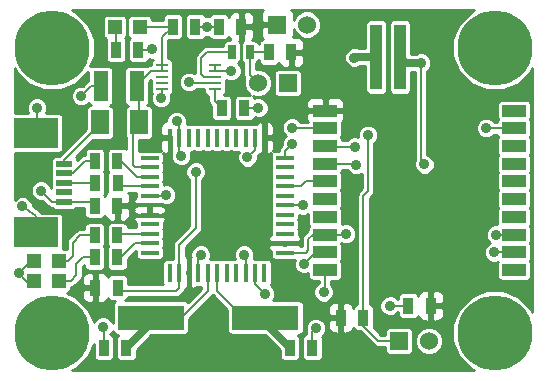
<source format=gtl>
G04 (created by PCBNEW-RS274X (2012-01-19 BZR 3256)-stable) date 11/7/2012 4:35:35 PM*
G01*
G70*
G90*
%MOIN*%
G04 Gerber Fmt 3.4, Leading zero omitted, Abs format*
%FSLAX34Y34*%
G04 APERTURE LIST*
%ADD10C,0.006000*%
%ADD11R,0.039300X0.216500*%
%ADD12R,0.078700X0.039400*%
%ADD13C,0.250000*%
%ADD14R,0.039400X0.010600*%
%ADD15R,0.149600X0.098400*%
%ADD16R,0.055100X0.019700*%
%ADD17R,0.035000X0.055000*%
%ADD18R,0.016000X0.060000*%
%ADD19R,0.060000X0.016000*%
%ADD20R,0.047200X0.047200*%
%ADD21R,0.060000X0.060000*%
%ADD22C,0.060000*%
%ADD23R,0.050000X0.100000*%
%ADD24R,0.060000X0.080000*%
%ADD25R,0.220500X0.082700*%
%ADD26R,0.025000X0.045000*%
%ADD27C,0.035000*%
%ADD28C,0.008000*%
%ADD29C,0.025000*%
%ADD30C,0.010000*%
G04 APERTURE END LIST*
G54D10*
G54D11*
X69307Y-34308D03*
X70093Y-34308D03*
G54D12*
X67600Y-36093D03*
X67600Y-36683D03*
X67600Y-37274D03*
X67600Y-37864D03*
X67600Y-38455D03*
X67600Y-39045D03*
X67600Y-39636D03*
X67600Y-40226D03*
X67600Y-40817D03*
X67600Y-41407D03*
X73900Y-41407D03*
X73900Y-40817D03*
X73900Y-40226D03*
X73900Y-39636D03*
X73900Y-39045D03*
X73900Y-38455D03*
X73900Y-37864D03*
X73900Y-37274D03*
X73900Y-36683D03*
X73900Y-36093D03*
G54D13*
X73250Y-43500D03*
X73250Y-34000D03*
X58500Y-43500D03*
X58500Y-34000D03*
G54D14*
X62167Y-34572D03*
X62167Y-34772D03*
X62167Y-34972D03*
X62167Y-35172D03*
X62167Y-35372D03*
X63917Y-35372D03*
X63917Y-35172D03*
X63917Y-34972D03*
X63917Y-34772D03*
X63917Y-34572D03*
G54D15*
X57957Y-40154D03*
X57957Y-36846D03*
G54D16*
X58902Y-39130D03*
X58902Y-38815D03*
X58902Y-37870D03*
X58902Y-38185D03*
X58902Y-38500D03*
G54D17*
X60675Y-37770D03*
X59925Y-37770D03*
X60678Y-38520D03*
X59928Y-38520D03*
X60627Y-34070D03*
X61377Y-34070D03*
X68125Y-43000D03*
X68875Y-43000D03*
X60666Y-40244D03*
X59916Y-40244D03*
X64155Y-36010D03*
X64905Y-36010D03*
X59930Y-41994D03*
X60680Y-41994D03*
G54D18*
X64000Y-37000D03*
X63685Y-37000D03*
X63370Y-37000D03*
X63055Y-37000D03*
X62740Y-37000D03*
X62425Y-37000D03*
X64315Y-37000D03*
X64630Y-37000D03*
X64945Y-37000D03*
X65260Y-37000D03*
X65575Y-37000D03*
X64000Y-41500D03*
X63685Y-41500D03*
X63370Y-41500D03*
X63055Y-41500D03*
X62740Y-41500D03*
X62425Y-41500D03*
X64315Y-41500D03*
X64630Y-41500D03*
X64945Y-41500D03*
X65260Y-41500D03*
X65575Y-41500D03*
G54D19*
X61750Y-39250D03*
X66250Y-39250D03*
X61750Y-39565D03*
X66250Y-39565D03*
X66250Y-39880D03*
X61750Y-39880D03*
X61750Y-40195D03*
X66250Y-40195D03*
X66250Y-40510D03*
X61750Y-40510D03*
X61750Y-40825D03*
X66250Y-40825D03*
X66250Y-38935D03*
X61750Y-38935D03*
X61750Y-38620D03*
X66250Y-38620D03*
X66250Y-38305D03*
X61750Y-38305D03*
X61750Y-37990D03*
X66250Y-37990D03*
X66250Y-37675D03*
X61750Y-37675D03*
G54D20*
X61415Y-33300D03*
X60589Y-33300D03*
G54D17*
X60666Y-40991D03*
X59916Y-40991D03*
G54D21*
X66000Y-33225D03*
G54D22*
X67000Y-33225D03*
G54D17*
X71125Y-42600D03*
X70375Y-42600D03*
X66425Y-44000D03*
X67175Y-44000D03*
X60975Y-44000D03*
X60225Y-44000D03*
G54D23*
X61320Y-35270D03*
X60120Y-35270D03*
G54D17*
X62525Y-33300D03*
X63275Y-33300D03*
X60666Y-39270D03*
X59916Y-39270D03*
X64800Y-33300D03*
X64050Y-33300D03*
X66476Y-34153D03*
X65726Y-34153D03*
G54D24*
X61396Y-36491D03*
X60096Y-36491D03*
G54D25*
X65609Y-43000D03*
X61791Y-43000D03*
G54D20*
X58713Y-41100D03*
X57887Y-41100D03*
X58718Y-41772D03*
X57892Y-41772D03*
G54D21*
X66350Y-35170D03*
G54D22*
X65350Y-35170D03*
G54D21*
X70060Y-43770D03*
G54D22*
X71060Y-43770D03*
G54D26*
X64487Y-34137D03*
X65087Y-34137D03*
G54D27*
X66866Y-39249D03*
X73290Y-40230D03*
X67550Y-42150D03*
X65600Y-42200D03*
X66900Y-41200D03*
X64900Y-40900D03*
X69030Y-36915D03*
X66500Y-37200D03*
X66495Y-36660D03*
X63285Y-38130D03*
X64470Y-34769D03*
X68640Y-37910D03*
X70910Y-37890D03*
X70800Y-34500D03*
X60200Y-43300D03*
X73224Y-40821D03*
X63650Y-33300D03*
X62300Y-38900D03*
X69750Y-42600D03*
X65010Y-37650D03*
X62650Y-36450D03*
X63450Y-40900D03*
X68600Y-37300D03*
X72970Y-36670D03*
X59470Y-35610D03*
X62125Y-35672D03*
X68575Y-34325D03*
X65373Y-36001D03*
X57380Y-41510D03*
X62800Y-37600D03*
X68300Y-40200D03*
X58000Y-36000D03*
X58130Y-38760D03*
X57510Y-39290D03*
X67300Y-43350D03*
X63056Y-35140D03*
X61844Y-34052D03*
G54D28*
X60686Y-39250D02*
X60666Y-39270D01*
X61750Y-39250D02*
X60686Y-39250D01*
X62167Y-34572D02*
X62167Y-33658D01*
X61808Y-34772D02*
X62167Y-34772D01*
X61415Y-33300D02*
X62525Y-33300D01*
X61180Y-36707D02*
X61396Y-36491D01*
X61320Y-35270D02*
X61320Y-35260D01*
X61396Y-36491D02*
X61396Y-35346D01*
X61396Y-35346D02*
X61320Y-35270D01*
X61265Y-37990D02*
X61180Y-37905D01*
X61180Y-37905D02*
X61180Y-36707D01*
X61320Y-35260D02*
X61808Y-34772D01*
X62167Y-33658D02*
X62525Y-33300D01*
X61750Y-37990D02*
X61265Y-37990D01*
X62167Y-34572D02*
X62167Y-34772D01*
X66250Y-39250D02*
X66865Y-39250D01*
X66865Y-39250D02*
X66866Y-39249D01*
X73294Y-40226D02*
X73900Y-40226D01*
X73290Y-40230D02*
X73294Y-40226D01*
X66793Y-38620D02*
X66958Y-38455D01*
X66958Y-38455D02*
X67600Y-38455D01*
X66250Y-38620D02*
X66793Y-38620D01*
X61750Y-38620D02*
X60778Y-38620D01*
X60778Y-38620D02*
X60678Y-38520D01*
X61750Y-38305D02*
X61321Y-38305D01*
X60786Y-37770D02*
X60675Y-37770D01*
X61321Y-38305D02*
X60786Y-37770D01*
X67550Y-42150D02*
X67600Y-42100D01*
X67600Y-42100D02*
X67600Y-41407D01*
X65260Y-41500D02*
X65260Y-41860D01*
X65260Y-41860D02*
X65600Y-42200D01*
X64900Y-40900D02*
X64945Y-40945D01*
X67600Y-40817D02*
X67283Y-40817D01*
X64945Y-40945D02*
X64945Y-41500D01*
X67283Y-40817D02*
X66900Y-41200D01*
X66250Y-37675D02*
X66250Y-37450D01*
X66250Y-37450D02*
X66500Y-37200D01*
X68875Y-43275D02*
X69370Y-43770D01*
X68875Y-43000D02*
X68875Y-38930D01*
X69030Y-38775D02*
X69030Y-36915D01*
X69370Y-43770D02*
X70060Y-43770D01*
X68875Y-38930D02*
X69030Y-38775D01*
X68875Y-43000D02*
X68875Y-43275D01*
X61750Y-40195D02*
X60715Y-40195D01*
X60715Y-40195D02*
X60666Y-40244D01*
X59192Y-40936D02*
X59192Y-40495D01*
X58713Y-41100D02*
X59028Y-41100D01*
X59443Y-40244D02*
X59916Y-40244D01*
X59028Y-41100D02*
X59192Y-40936D01*
X59192Y-40495D02*
X59443Y-40244D01*
X61263Y-40510D02*
X60782Y-40991D01*
X60782Y-40991D02*
X60666Y-40991D01*
X61750Y-40510D02*
X61263Y-40510D01*
X59536Y-40991D02*
X59916Y-40991D01*
X59536Y-40991D02*
X59916Y-40991D01*
X59114Y-41772D02*
X59306Y-41580D01*
X59306Y-41580D02*
X59306Y-41221D01*
X59306Y-41221D02*
X59536Y-40991D01*
X58718Y-41772D02*
X59114Y-41772D01*
X63917Y-35372D02*
X63917Y-35772D01*
X63917Y-35772D02*
X64155Y-36010D01*
X62740Y-40560D02*
X62740Y-41500D01*
X62636Y-42098D02*
X60784Y-42098D01*
X63285Y-40015D02*
X62740Y-40560D01*
X63285Y-38130D02*
X63285Y-40015D01*
X66518Y-36683D02*
X66495Y-36660D01*
X60784Y-42098D02*
X60680Y-41994D01*
X67600Y-36683D02*
X66518Y-36683D01*
X62740Y-41500D02*
X62740Y-41994D01*
X62740Y-41994D02*
X62636Y-42098D01*
X63464Y-34862D02*
X63464Y-34340D01*
X63667Y-34137D02*
X64487Y-34137D01*
X63464Y-34340D02*
X63667Y-34137D01*
X63574Y-34972D02*
X63464Y-34862D01*
X63917Y-34972D02*
X63574Y-34972D01*
X59604Y-37770D02*
X59925Y-37770D01*
X59189Y-38185D02*
X59604Y-37770D01*
X58902Y-38185D02*
X59189Y-38185D01*
X58902Y-38500D02*
X59908Y-38500D01*
X59908Y-38500D02*
X59928Y-38520D01*
X58902Y-37738D02*
X60096Y-36544D01*
X58902Y-37870D02*
X58902Y-37738D01*
X60096Y-36544D02*
X60096Y-36491D01*
X64467Y-34772D02*
X64470Y-34769D01*
G54D29*
X70285Y-34500D02*
X70093Y-34308D01*
X70800Y-34500D02*
X70285Y-34500D01*
G54D28*
X67600Y-37864D02*
X68594Y-37864D01*
X70800Y-37780D02*
X70800Y-34500D01*
X68594Y-37864D02*
X68640Y-37910D01*
X63917Y-34572D02*
X63917Y-34772D01*
X70910Y-37890D02*
X70800Y-37780D01*
X63917Y-34772D02*
X64467Y-34772D01*
X64000Y-41500D02*
X64000Y-42100D01*
G54D29*
X65609Y-43000D02*
X65609Y-43184D01*
X65609Y-43184D02*
X66425Y-44000D01*
G54D28*
X64000Y-42100D02*
X64900Y-43000D01*
X65425Y-43000D02*
X66425Y-44000D01*
X64900Y-43000D02*
X65425Y-43000D01*
G54D29*
X61791Y-43000D02*
X61791Y-43184D01*
X61791Y-43184D02*
X60975Y-44000D01*
G54D28*
X61975Y-43000D02*
X60975Y-44000D01*
X63685Y-42115D02*
X62800Y-43000D01*
X62800Y-43000D02*
X61975Y-43000D01*
X63685Y-41500D02*
X63685Y-42115D01*
X73228Y-40817D02*
X73224Y-40821D01*
X66250Y-40825D02*
X66955Y-40825D01*
X67040Y-40370D02*
X67184Y-40226D01*
X61750Y-38935D02*
X62265Y-38935D01*
X64905Y-36010D02*
X65364Y-36010D01*
X57790Y-41100D02*
X57380Y-41510D01*
X65087Y-34907D02*
X65350Y-35170D01*
X67040Y-40740D02*
X67040Y-40370D01*
X58902Y-39130D02*
X59776Y-39130D01*
X62740Y-37000D02*
X62740Y-37540D01*
X73900Y-36683D02*
X72983Y-36683D01*
X70375Y-42600D02*
X69750Y-42600D01*
X73900Y-40817D02*
X73228Y-40817D01*
X62740Y-37540D02*
X62800Y-37600D01*
X57957Y-40154D02*
X57957Y-39597D01*
X67600Y-37274D02*
X67626Y-37300D01*
X57642Y-41772D02*
X57380Y-41510D01*
X58902Y-39130D02*
X58500Y-39130D01*
G54D29*
X69307Y-34308D02*
X68592Y-34308D01*
G54D28*
X67626Y-37300D02*
X68600Y-37300D01*
X57892Y-41772D02*
X57642Y-41772D01*
X57670Y-41800D02*
X57887Y-41800D01*
X72983Y-36683D02*
X72970Y-36670D01*
X63370Y-40980D02*
X63450Y-40900D01*
X65260Y-37000D02*
X65260Y-37400D01*
X65087Y-34137D02*
X65087Y-34907D01*
X58000Y-36803D02*
X58000Y-36000D01*
X67175Y-44000D02*
X67175Y-43475D01*
X59776Y-39130D02*
X59916Y-39270D01*
X57957Y-36846D02*
X58000Y-36803D01*
X62265Y-38935D02*
X62300Y-38900D01*
X68274Y-40226D02*
X68300Y-40200D01*
X62740Y-36540D02*
X62650Y-36450D01*
X62167Y-35630D02*
X62125Y-35672D01*
G54D29*
X68592Y-34308D02*
X68575Y-34325D01*
G54D28*
X65364Y-36010D02*
X65373Y-36001D01*
X64050Y-33300D02*
X63650Y-33300D01*
X65087Y-34137D02*
X65710Y-34137D01*
X59810Y-35270D02*
X59470Y-35610D01*
X62740Y-37000D02*
X62740Y-36540D01*
X66955Y-40825D02*
X67040Y-40740D01*
X60225Y-43325D02*
X60200Y-43300D01*
X58500Y-39130D02*
X58130Y-38760D01*
X57670Y-41800D02*
X57380Y-41510D01*
X63370Y-41500D02*
X63370Y-40980D01*
X63650Y-33300D02*
X63275Y-33300D01*
X67600Y-40226D02*
X68274Y-40226D01*
X65260Y-37400D02*
X65010Y-37650D01*
X67175Y-43475D02*
X67300Y-43350D01*
X62167Y-35372D02*
X62167Y-35630D01*
X57887Y-41100D02*
X57790Y-41100D01*
X60120Y-35270D02*
X59810Y-35270D01*
X67184Y-40226D02*
X67600Y-40226D01*
X57957Y-39597D02*
X57510Y-39290D01*
X65710Y-34137D02*
X65726Y-34153D01*
X60225Y-44000D02*
X60225Y-43325D01*
X60627Y-34070D02*
X60627Y-33338D01*
X60627Y-33338D02*
X60589Y-33300D01*
X63088Y-35172D02*
X63917Y-35172D01*
X63056Y-35140D02*
X63088Y-35172D01*
X61826Y-34070D02*
X61377Y-34070D01*
X61844Y-34052D02*
X61826Y-34070D01*
G54D10*
G36*
X74505Y-42822D02*
X74463Y-42721D01*
X74463Y-41638D01*
X74463Y-41570D01*
X74463Y-41176D01*
X74437Y-41114D01*
X74435Y-41112D01*
X74437Y-41110D01*
X74463Y-41048D01*
X74463Y-40980D01*
X74463Y-40586D01*
X74437Y-40524D01*
X74434Y-40521D01*
X74437Y-40519D01*
X74463Y-40457D01*
X74463Y-40389D01*
X74463Y-39995D01*
X74437Y-39933D01*
X74435Y-39931D01*
X74437Y-39929D01*
X74463Y-39867D01*
X74463Y-39799D01*
X74463Y-39405D01*
X74437Y-39343D01*
X74434Y-39340D01*
X74437Y-39338D01*
X74463Y-39276D01*
X74463Y-39208D01*
X74463Y-38814D01*
X74437Y-38752D01*
X74435Y-38750D01*
X74437Y-38748D01*
X74463Y-38686D01*
X74463Y-38618D01*
X74463Y-38224D01*
X74437Y-38162D01*
X74434Y-38159D01*
X74437Y-38157D01*
X74463Y-38095D01*
X74463Y-38027D01*
X74463Y-37633D01*
X74437Y-37571D01*
X74435Y-37569D01*
X74437Y-37567D01*
X74463Y-37505D01*
X74463Y-37437D01*
X74463Y-37043D01*
X74437Y-36981D01*
X74434Y-36978D01*
X74437Y-36976D01*
X74463Y-36914D01*
X74463Y-36846D01*
X74463Y-36452D01*
X74437Y-36390D01*
X74435Y-36388D01*
X74437Y-36386D01*
X74463Y-36324D01*
X74463Y-36256D01*
X74463Y-35862D01*
X74437Y-35800D01*
X74389Y-35752D01*
X74327Y-35726D01*
X74259Y-35726D01*
X73473Y-35726D01*
X73411Y-35752D01*
X73363Y-35800D01*
X73337Y-35862D01*
X73337Y-35930D01*
X73337Y-36324D01*
X73363Y-36386D01*
X73365Y-36388D01*
X73363Y-36390D01*
X73337Y-36452D01*
X73337Y-36473D01*
X73259Y-36473D01*
X73165Y-36379D01*
X73039Y-36326D01*
X72902Y-36326D01*
X72776Y-36378D01*
X72679Y-36475D01*
X72626Y-36601D01*
X72626Y-36738D01*
X72678Y-36864D01*
X72775Y-36961D01*
X72901Y-37014D01*
X73038Y-37014D01*
X73164Y-36962D01*
X73233Y-36893D01*
X73337Y-36893D01*
X73337Y-36914D01*
X73363Y-36976D01*
X73365Y-36978D01*
X73363Y-36981D01*
X73337Y-37043D01*
X73337Y-37111D01*
X73337Y-37505D01*
X73363Y-37567D01*
X73365Y-37569D01*
X73363Y-37571D01*
X73337Y-37633D01*
X73337Y-37701D01*
X73337Y-38095D01*
X73363Y-38157D01*
X73365Y-38159D01*
X73363Y-38162D01*
X73337Y-38224D01*
X73337Y-38292D01*
X73337Y-38686D01*
X73363Y-38748D01*
X73365Y-38750D01*
X73363Y-38752D01*
X73337Y-38814D01*
X73337Y-38882D01*
X73337Y-39276D01*
X73363Y-39338D01*
X73365Y-39340D01*
X73363Y-39343D01*
X73337Y-39405D01*
X73337Y-39473D01*
X73337Y-39867D01*
X73344Y-39886D01*
X73222Y-39886D01*
X73096Y-39938D01*
X72999Y-40035D01*
X72946Y-40161D01*
X72946Y-40298D01*
X72998Y-40424D01*
X73081Y-40507D01*
X73030Y-40529D01*
X72933Y-40626D01*
X72880Y-40752D01*
X72880Y-40889D01*
X72932Y-41015D01*
X73029Y-41112D01*
X73155Y-41165D01*
X73292Y-41165D01*
X73351Y-41140D01*
X73337Y-41176D01*
X73337Y-41244D01*
X73337Y-41638D01*
X73363Y-41700D01*
X73411Y-41748D01*
X73473Y-41774D01*
X73541Y-41774D01*
X74327Y-41774D01*
X74389Y-41748D01*
X74437Y-41700D01*
X74463Y-41638D01*
X74463Y-42721D01*
X74453Y-42697D01*
X74055Y-42298D01*
X73533Y-42081D01*
X72969Y-42081D01*
X72447Y-42297D01*
X72048Y-42695D01*
X71831Y-43217D01*
X71831Y-43781D01*
X72047Y-44303D01*
X72445Y-44702D01*
X72572Y-44755D01*
X71550Y-44755D01*
X71550Y-42712D01*
X71550Y-42488D01*
X71549Y-42374D01*
X71549Y-42275D01*
X71511Y-42184D01*
X71441Y-42114D01*
X71349Y-42076D01*
X71254Y-42075D01*
X71254Y-37959D01*
X71254Y-37822D01*
X71202Y-37696D01*
X71105Y-37599D01*
X71010Y-37559D01*
X71010Y-34776D01*
X71091Y-34695D01*
X71144Y-34569D01*
X71144Y-34432D01*
X71092Y-34306D01*
X70995Y-34209D01*
X70869Y-34156D01*
X70732Y-34156D01*
X70613Y-34205D01*
X70459Y-34205D01*
X70459Y-33192D01*
X70433Y-33130D01*
X70385Y-33082D01*
X70323Y-33056D01*
X70255Y-33056D01*
X69863Y-33056D01*
X69801Y-33082D01*
X69753Y-33130D01*
X69727Y-33192D01*
X69727Y-33260D01*
X69727Y-35424D01*
X69753Y-35486D01*
X69801Y-35534D01*
X69863Y-35560D01*
X69931Y-35560D01*
X70323Y-35560D01*
X70385Y-35534D01*
X70433Y-35486D01*
X70459Y-35424D01*
X70459Y-35356D01*
X70459Y-34795D01*
X70590Y-34795D01*
X70590Y-37763D01*
X70566Y-37821D01*
X70566Y-37958D01*
X70618Y-38084D01*
X70715Y-38181D01*
X70841Y-38234D01*
X70978Y-38234D01*
X71104Y-38182D01*
X71201Y-38085D01*
X71254Y-37959D01*
X71254Y-42075D01*
X71237Y-42075D01*
X71175Y-42137D01*
X71175Y-42550D01*
X71488Y-42550D01*
X71550Y-42488D01*
X71550Y-42712D01*
X71488Y-42650D01*
X71175Y-42650D01*
X71175Y-43063D01*
X71237Y-43125D01*
X71349Y-43124D01*
X71441Y-43086D01*
X71511Y-43016D01*
X71549Y-42925D01*
X71549Y-42826D01*
X71550Y-42712D01*
X71550Y-44755D01*
X71530Y-44755D01*
X71530Y-43864D01*
X71530Y-43677D01*
X71459Y-43504D01*
X71327Y-43372D01*
X71154Y-43300D01*
X71075Y-43300D01*
X71075Y-43063D01*
X71075Y-42700D01*
X71075Y-42650D01*
X71075Y-42550D01*
X71075Y-42500D01*
X71075Y-42137D01*
X71013Y-42075D01*
X70901Y-42076D01*
X70809Y-42114D01*
X70739Y-42184D01*
X70707Y-42260D01*
X70694Y-42229D01*
X70646Y-42181D01*
X70584Y-42155D01*
X70516Y-42155D01*
X70166Y-42155D01*
X70104Y-42181D01*
X70056Y-42229D01*
X70030Y-42291D01*
X70030Y-42359D01*
X70030Y-42390D01*
X70026Y-42390D01*
X69945Y-42309D01*
X69819Y-42256D01*
X69682Y-42256D01*
X69673Y-42259D01*
X69673Y-35424D01*
X69673Y-35356D01*
X69673Y-33192D01*
X69647Y-33130D01*
X69599Y-33082D01*
X69537Y-33056D01*
X69469Y-33056D01*
X69077Y-33056D01*
X69015Y-33082D01*
X68967Y-33130D01*
X68941Y-33192D01*
X68941Y-33260D01*
X68941Y-34013D01*
X68720Y-34013D01*
X68644Y-33981D01*
X68507Y-33981D01*
X68381Y-34033D01*
X68284Y-34130D01*
X68231Y-34256D01*
X68231Y-34393D01*
X68283Y-34519D01*
X68380Y-34616D01*
X68506Y-34669D01*
X68643Y-34669D01*
X68769Y-34617D01*
X68783Y-34603D01*
X68941Y-34603D01*
X68941Y-35424D01*
X68967Y-35486D01*
X69015Y-35534D01*
X69077Y-35560D01*
X69145Y-35560D01*
X69537Y-35560D01*
X69599Y-35534D01*
X69647Y-35486D01*
X69673Y-35424D01*
X69673Y-42259D01*
X69556Y-42308D01*
X69459Y-42405D01*
X69406Y-42531D01*
X69406Y-42668D01*
X69458Y-42794D01*
X69555Y-42891D01*
X69681Y-42944D01*
X69818Y-42944D01*
X69944Y-42892D01*
X70026Y-42810D01*
X70030Y-42810D01*
X70030Y-42909D01*
X70056Y-42971D01*
X70104Y-43019D01*
X70166Y-43045D01*
X70234Y-43045D01*
X70584Y-43045D01*
X70646Y-43019D01*
X70694Y-42971D01*
X70707Y-42939D01*
X70739Y-43016D01*
X70809Y-43086D01*
X70901Y-43124D01*
X71013Y-43125D01*
X71075Y-43063D01*
X71075Y-43300D01*
X70967Y-43300D01*
X70794Y-43371D01*
X70662Y-43503D01*
X70590Y-43676D01*
X70590Y-43863D01*
X70661Y-44036D01*
X70793Y-44168D01*
X70966Y-44240D01*
X71153Y-44240D01*
X71326Y-44169D01*
X71458Y-44037D01*
X71530Y-43864D01*
X71530Y-44755D01*
X70530Y-44755D01*
X70530Y-44104D01*
X70530Y-44036D01*
X70530Y-43436D01*
X70504Y-43374D01*
X70456Y-43326D01*
X70394Y-43300D01*
X70326Y-43300D01*
X69726Y-43300D01*
X69664Y-43326D01*
X69616Y-43374D01*
X69590Y-43436D01*
X69590Y-43504D01*
X69590Y-43560D01*
X69456Y-43560D01*
X69215Y-43319D01*
X69220Y-43309D01*
X69220Y-43241D01*
X69220Y-42691D01*
X69194Y-42629D01*
X69146Y-42581D01*
X69085Y-42555D01*
X69085Y-39016D01*
X69178Y-38924D01*
X69178Y-38923D01*
X69224Y-38856D01*
X69224Y-38855D01*
X69226Y-38842D01*
X69239Y-38775D01*
X69240Y-38775D01*
X69240Y-37191D01*
X69321Y-37110D01*
X69374Y-36984D01*
X69374Y-36847D01*
X69322Y-36721D01*
X69225Y-36624D01*
X69099Y-36571D01*
X68962Y-36571D01*
X68836Y-36623D01*
X68739Y-36720D01*
X68686Y-36846D01*
X68686Y-36963D01*
X68669Y-36956D01*
X68532Y-36956D01*
X68406Y-37008D01*
X68324Y-37090D01*
X68163Y-37090D01*
X68163Y-37043D01*
X68137Y-36981D01*
X68134Y-36978D01*
X68137Y-36976D01*
X68163Y-36914D01*
X68163Y-36846D01*
X68163Y-36472D01*
X68204Y-36431D01*
X68242Y-36340D01*
X68242Y-36241D01*
X68243Y-36205D01*
X68243Y-35981D01*
X68242Y-35945D01*
X68242Y-35846D01*
X68204Y-35755D01*
X68134Y-35685D01*
X68042Y-35647D01*
X67712Y-35646D01*
X67650Y-35708D01*
X67650Y-36043D01*
X68181Y-36043D01*
X68243Y-35981D01*
X68243Y-36205D01*
X68181Y-36143D01*
X67700Y-36143D01*
X67650Y-36143D01*
X67550Y-36143D01*
X67550Y-36043D01*
X67550Y-35708D01*
X67488Y-35646D01*
X67158Y-35647D01*
X67066Y-35685D01*
X66996Y-35755D01*
X66958Y-35846D01*
X66958Y-35945D01*
X66957Y-35981D01*
X67019Y-36043D01*
X67550Y-36043D01*
X67550Y-36143D01*
X67500Y-36143D01*
X67019Y-36143D01*
X66957Y-36205D01*
X66958Y-36241D01*
X66958Y-36340D01*
X66996Y-36431D01*
X67037Y-36472D01*
X67037Y-36473D01*
X66901Y-36473D01*
X66901Y-34265D01*
X66839Y-34203D01*
X66526Y-34203D01*
X66526Y-34616D01*
X66588Y-34678D01*
X66700Y-34677D01*
X66792Y-34639D01*
X66862Y-34569D01*
X66900Y-34478D01*
X66900Y-34379D01*
X66901Y-34265D01*
X66901Y-36473D01*
X66820Y-36473D01*
X66820Y-35504D01*
X66820Y-35436D01*
X66820Y-34836D01*
X66794Y-34774D01*
X66746Y-34726D01*
X66684Y-34700D01*
X66616Y-34700D01*
X66016Y-34700D01*
X65954Y-34726D01*
X65906Y-34774D01*
X65880Y-34836D01*
X65880Y-34904D01*
X65880Y-35504D01*
X65906Y-35566D01*
X65954Y-35614D01*
X66016Y-35640D01*
X66084Y-35640D01*
X66684Y-35640D01*
X66746Y-35614D01*
X66794Y-35566D01*
X66820Y-35504D01*
X66820Y-36473D01*
X66789Y-36473D01*
X66787Y-36466D01*
X66690Y-36369D01*
X66564Y-36316D01*
X66427Y-36316D01*
X66301Y-36368D01*
X66204Y-36465D01*
X66151Y-36591D01*
X66151Y-36728D01*
X66203Y-36854D01*
X66281Y-36932D01*
X66209Y-37005D01*
X66156Y-37131D01*
X66156Y-37247D01*
X66102Y-37302D01*
X66056Y-37369D01*
X66053Y-37382D01*
X66045Y-37425D01*
X65916Y-37425D01*
X65857Y-37449D01*
X65866Y-37441D01*
X65904Y-37350D01*
X65904Y-37251D01*
X65905Y-37112D01*
X65905Y-36888D01*
X65904Y-36749D01*
X65904Y-36650D01*
X65866Y-36559D01*
X65796Y-36489D01*
X65704Y-36451D01*
X65677Y-36450D01*
X65615Y-36512D01*
X65615Y-36950D01*
X65843Y-36950D01*
X65905Y-36888D01*
X65905Y-37112D01*
X65843Y-37050D01*
X65615Y-37050D01*
X65615Y-37488D01*
X65677Y-37550D01*
X65704Y-37549D01*
X65796Y-37511D01*
X65804Y-37502D01*
X65780Y-37561D01*
X65780Y-37629D01*
X65780Y-37789D01*
X65798Y-37832D01*
X65780Y-37876D01*
X65780Y-37944D01*
X65780Y-38104D01*
X65798Y-38147D01*
X65780Y-38191D01*
X65780Y-38259D01*
X65780Y-38419D01*
X65798Y-38462D01*
X65780Y-38506D01*
X65780Y-38574D01*
X65780Y-38734D01*
X65798Y-38777D01*
X65780Y-38821D01*
X65780Y-38889D01*
X65780Y-39049D01*
X65798Y-39092D01*
X65780Y-39136D01*
X65780Y-39204D01*
X65780Y-39364D01*
X65798Y-39407D01*
X65780Y-39451D01*
X65780Y-39519D01*
X65780Y-39679D01*
X65798Y-39722D01*
X65780Y-39766D01*
X65780Y-39834D01*
X65780Y-39994D01*
X65798Y-40037D01*
X65780Y-40081D01*
X65780Y-40149D01*
X65780Y-40248D01*
X65739Y-40289D01*
X65701Y-40380D01*
X65701Y-40409D01*
X65762Y-40470D01*
X66200Y-40470D01*
X66200Y-40460D01*
X66300Y-40460D01*
X66300Y-40470D01*
X66738Y-40470D01*
X66799Y-40409D01*
X66799Y-40380D01*
X66761Y-40289D01*
X66720Y-40248D01*
X66720Y-40241D01*
X66720Y-40081D01*
X66701Y-40037D01*
X66720Y-39994D01*
X66720Y-39926D01*
X66720Y-39766D01*
X66701Y-39722D01*
X66720Y-39679D01*
X66720Y-39611D01*
X66720Y-39560D01*
X66797Y-39593D01*
X66934Y-39593D01*
X67037Y-39550D01*
X67037Y-39867D01*
X67063Y-39929D01*
X67065Y-39931D01*
X67063Y-39933D01*
X67037Y-39995D01*
X67037Y-40063D01*
X67037Y-40076D01*
X67035Y-40078D01*
X66892Y-40222D01*
X66846Y-40289D01*
X66843Y-40302D01*
X66830Y-40370D01*
X66830Y-40615D01*
X66799Y-40615D01*
X66799Y-40611D01*
X66738Y-40550D01*
X66300Y-40550D01*
X66300Y-40560D01*
X66200Y-40560D01*
X66200Y-40550D01*
X65762Y-40550D01*
X65701Y-40611D01*
X65701Y-40640D01*
X65739Y-40731D01*
X65780Y-40772D01*
X65780Y-40779D01*
X65780Y-40939D01*
X65806Y-41001D01*
X65854Y-41049D01*
X65916Y-41075D01*
X65984Y-41075D01*
X66579Y-41075D01*
X66556Y-41131D01*
X66556Y-41268D01*
X66608Y-41394D01*
X66705Y-41491D01*
X66831Y-41544D01*
X66968Y-41544D01*
X67037Y-41515D01*
X67037Y-41638D01*
X67063Y-41700D01*
X67111Y-41748D01*
X67173Y-41774D01*
X67241Y-41774D01*
X67390Y-41774D01*
X67390Y-41843D01*
X67356Y-41858D01*
X67259Y-41955D01*
X67206Y-42081D01*
X67206Y-42218D01*
X67258Y-42344D01*
X67355Y-42441D01*
X67481Y-42494D01*
X67618Y-42494D01*
X67744Y-42442D01*
X67841Y-42345D01*
X67894Y-42219D01*
X67894Y-42082D01*
X67842Y-41956D01*
X67810Y-41924D01*
X67810Y-41774D01*
X68027Y-41774D01*
X68089Y-41748D01*
X68137Y-41700D01*
X68163Y-41638D01*
X68163Y-41570D01*
X68163Y-41176D01*
X68137Y-41114D01*
X68135Y-41112D01*
X68137Y-41110D01*
X68163Y-41048D01*
X68163Y-40980D01*
X68163Y-40586D01*
X68137Y-40524D01*
X68134Y-40521D01*
X68137Y-40519D01*
X68142Y-40506D01*
X68231Y-40544D01*
X68368Y-40544D01*
X68494Y-40492D01*
X68591Y-40395D01*
X68644Y-40269D01*
X68644Y-40132D01*
X68592Y-40006D01*
X68495Y-39909D01*
X68369Y-39856D01*
X68232Y-39856D01*
X68154Y-39888D01*
X68163Y-39867D01*
X68163Y-39799D01*
X68163Y-39405D01*
X68137Y-39343D01*
X68134Y-39340D01*
X68137Y-39338D01*
X68163Y-39276D01*
X68163Y-39208D01*
X68163Y-38814D01*
X68137Y-38752D01*
X68135Y-38750D01*
X68137Y-38748D01*
X68163Y-38686D01*
X68163Y-38618D01*
X68163Y-38224D01*
X68137Y-38162D01*
X68134Y-38159D01*
X68137Y-38157D01*
X68163Y-38095D01*
X68163Y-38074D01*
X68335Y-38074D01*
X68348Y-38104D01*
X68445Y-38201D01*
X68571Y-38254D01*
X68708Y-38254D01*
X68820Y-38207D01*
X68820Y-38688D01*
X68727Y-38782D01*
X68681Y-38849D01*
X68678Y-38862D01*
X68665Y-38930D01*
X68665Y-42555D01*
X68604Y-42581D01*
X68556Y-42629D01*
X68542Y-42660D01*
X68511Y-42584D01*
X68441Y-42514D01*
X68349Y-42476D01*
X68237Y-42475D01*
X68175Y-42537D01*
X68175Y-42900D01*
X68175Y-42950D01*
X68175Y-43050D01*
X68175Y-43100D01*
X68175Y-43463D01*
X68237Y-43525D01*
X68349Y-43524D01*
X68441Y-43486D01*
X68511Y-43416D01*
X68542Y-43339D01*
X68556Y-43371D01*
X68604Y-43419D01*
X68666Y-43445D01*
X68734Y-43445D01*
X68748Y-43445D01*
X69221Y-43918D01*
X69222Y-43918D01*
X69289Y-43964D01*
X69290Y-43964D01*
X69302Y-43966D01*
X69370Y-43980D01*
X69590Y-43980D01*
X69590Y-44104D01*
X69616Y-44166D01*
X69664Y-44214D01*
X69726Y-44240D01*
X69794Y-44240D01*
X70394Y-44240D01*
X70456Y-44214D01*
X70504Y-44166D01*
X70530Y-44104D01*
X70530Y-44755D01*
X68075Y-44755D01*
X68075Y-43463D01*
X68075Y-43050D01*
X68075Y-42950D01*
X68075Y-42537D01*
X68013Y-42475D01*
X67901Y-42476D01*
X67809Y-42514D01*
X67739Y-42584D01*
X67701Y-42675D01*
X67701Y-42774D01*
X67700Y-42888D01*
X67762Y-42950D01*
X68075Y-42950D01*
X68075Y-43050D01*
X67762Y-43050D01*
X67700Y-43112D01*
X67701Y-43226D01*
X67701Y-43325D01*
X67739Y-43416D01*
X67809Y-43486D01*
X67901Y-43524D01*
X68013Y-43525D01*
X68075Y-43463D01*
X68075Y-44755D01*
X67644Y-44755D01*
X67644Y-43419D01*
X67644Y-43282D01*
X67592Y-43156D01*
X67495Y-43059D01*
X67369Y-43006D01*
X67232Y-43006D01*
X67106Y-43058D01*
X67009Y-43155D01*
X66956Y-43281D01*
X66956Y-43418D01*
X66969Y-43451D01*
X66965Y-43475D01*
X66965Y-43555D01*
X66904Y-43581D01*
X66856Y-43629D01*
X66830Y-43691D01*
X66830Y-43759D01*
X66830Y-44309D01*
X66856Y-44371D01*
X66904Y-44419D01*
X66966Y-44445D01*
X67034Y-44445D01*
X67384Y-44445D01*
X67446Y-44419D01*
X67494Y-44371D01*
X67520Y-44309D01*
X67520Y-44241D01*
X67520Y-43691D01*
X67497Y-43638D01*
X67591Y-43545D01*
X67644Y-43419D01*
X67644Y-44755D01*
X59177Y-44755D01*
X59303Y-44703D01*
X59702Y-44305D01*
X59880Y-43876D01*
X59880Y-44309D01*
X59906Y-44371D01*
X59954Y-44419D01*
X60016Y-44445D01*
X60084Y-44445D01*
X60434Y-44445D01*
X60496Y-44419D01*
X60544Y-44371D01*
X60570Y-44309D01*
X60570Y-44241D01*
X60570Y-43691D01*
X60544Y-43629D01*
X60496Y-43581D01*
X60435Y-43555D01*
X60435Y-43551D01*
X60491Y-43495D01*
X60519Y-43428D01*
X60519Y-43447D01*
X60545Y-43509D01*
X60593Y-43557D01*
X60655Y-43583D01*
X60702Y-43583D01*
X60656Y-43629D01*
X60630Y-43691D01*
X60630Y-43759D01*
X60630Y-44309D01*
X60656Y-44371D01*
X60704Y-44419D01*
X60766Y-44445D01*
X60834Y-44445D01*
X61184Y-44445D01*
X61246Y-44419D01*
X61294Y-44371D01*
X61320Y-44309D01*
X61320Y-44241D01*
X61320Y-44072D01*
X61809Y-43583D01*
X62927Y-43583D01*
X62989Y-43557D01*
X63037Y-43509D01*
X63063Y-43447D01*
X63063Y-43379D01*
X63063Y-43033D01*
X63833Y-42264D01*
X63833Y-42263D01*
X63847Y-42241D01*
X63852Y-42248D01*
X64337Y-42733D01*
X64337Y-43447D01*
X64363Y-43509D01*
X64411Y-43557D01*
X64473Y-43583D01*
X64541Y-43583D01*
X65590Y-43583D01*
X66080Y-44072D01*
X66080Y-44309D01*
X66106Y-44371D01*
X66154Y-44419D01*
X66216Y-44445D01*
X66284Y-44445D01*
X66634Y-44445D01*
X66696Y-44419D01*
X66744Y-44371D01*
X66770Y-44309D01*
X66770Y-44241D01*
X66770Y-43691D01*
X66744Y-43629D01*
X66698Y-43583D01*
X66745Y-43583D01*
X66807Y-43557D01*
X66855Y-43509D01*
X66881Y-43447D01*
X66881Y-43379D01*
X66881Y-42553D01*
X66855Y-42491D01*
X66807Y-42443D01*
X66745Y-42417D01*
X66677Y-42417D01*
X65869Y-42417D01*
X65891Y-42395D01*
X65944Y-42269D01*
X65944Y-42132D01*
X65892Y-42006D01*
X65795Y-41909D01*
X65788Y-41906D01*
X65799Y-41896D01*
X65825Y-41834D01*
X65825Y-41766D01*
X65825Y-41166D01*
X65799Y-41104D01*
X65751Y-41056D01*
X65689Y-41030D01*
X65621Y-41030D01*
X65535Y-41030D01*
X65535Y-37488D01*
X65535Y-37050D01*
X65525Y-37050D01*
X65525Y-36950D01*
X65535Y-36950D01*
X65535Y-36512D01*
X65473Y-36450D01*
X65446Y-36451D01*
X65354Y-36489D01*
X65313Y-36530D01*
X65306Y-36530D01*
X65146Y-36530D01*
X65102Y-36548D01*
X65059Y-36530D01*
X64991Y-36530D01*
X64831Y-36530D01*
X64787Y-36548D01*
X64744Y-36530D01*
X64676Y-36530D01*
X64516Y-36530D01*
X64472Y-36548D01*
X64429Y-36530D01*
X64361Y-36530D01*
X64201Y-36530D01*
X64157Y-36548D01*
X64114Y-36530D01*
X64046Y-36530D01*
X63886Y-36530D01*
X63842Y-36548D01*
X63799Y-36530D01*
X63731Y-36530D01*
X63571Y-36530D01*
X63527Y-36548D01*
X63484Y-36530D01*
X63416Y-36530D01*
X63256Y-36530D01*
X63212Y-36548D01*
X63169Y-36530D01*
X63101Y-36530D01*
X62989Y-36530D01*
X62994Y-36519D01*
X62994Y-36382D01*
X62942Y-36256D01*
X62845Y-36159D01*
X62719Y-36106D01*
X62582Y-36106D01*
X62456Y-36158D01*
X62359Y-36255D01*
X62306Y-36381D01*
X62306Y-36450D01*
X62296Y-36451D01*
X62204Y-36489D01*
X62134Y-36559D01*
X62096Y-36650D01*
X62096Y-36749D01*
X62095Y-36888D01*
X62157Y-36950D01*
X62325Y-36950D01*
X62385Y-36950D01*
X62465Y-36950D01*
X62475Y-36950D01*
X62475Y-37050D01*
X62465Y-37050D01*
X62465Y-37488D01*
X62471Y-37494D01*
X62456Y-37531D01*
X62456Y-37668D01*
X62508Y-37794D01*
X62605Y-37891D01*
X62731Y-37944D01*
X62868Y-37944D01*
X62994Y-37892D01*
X63091Y-37795D01*
X63144Y-37669D01*
X63144Y-37532D01*
X63118Y-37470D01*
X63169Y-37470D01*
X63212Y-37451D01*
X63256Y-37470D01*
X63324Y-37470D01*
X63484Y-37470D01*
X63527Y-37451D01*
X63571Y-37470D01*
X63639Y-37470D01*
X63799Y-37470D01*
X63842Y-37451D01*
X63886Y-37470D01*
X63954Y-37470D01*
X64114Y-37470D01*
X64157Y-37451D01*
X64201Y-37470D01*
X64269Y-37470D01*
X64429Y-37470D01*
X64472Y-37451D01*
X64516Y-37470D01*
X64584Y-37470D01*
X64712Y-37470D01*
X64666Y-37581D01*
X64666Y-37718D01*
X64718Y-37844D01*
X64815Y-37941D01*
X64941Y-37994D01*
X65078Y-37994D01*
X65204Y-37942D01*
X65301Y-37845D01*
X65354Y-37719D01*
X65354Y-37602D01*
X65408Y-37549D01*
X65408Y-37548D01*
X65415Y-37536D01*
X65416Y-37536D01*
X65446Y-37549D01*
X65473Y-37550D01*
X65535Y-37488D01*
X65535Y-41030D01*
X65461Y-41030D01*
X65417Y-41048D01*
X65374Y-41030D01*
X65306Y-41030D01*
X65218Y-41030D01*
X65244Y-40969D01*
X65244Y-40832D01*
X65192Y-40706D01*
X65095Y-40609D01*
X64969Y-40556D01*
X64832Y-40556D01*
X64706Y-40608D01*
X64609Y-40705D01*
X64556Y-40831D01*
X64556Y-40968D01*
X64581Y-41030D01*
X64516Y-41030D01*
X64472Y-41048D01*
X64429Y-41030D01*
X64361Y-41030D01*
X64201Y-41030D01*
X64157Y-41048D01*
X64114Y-41030D01*
X64046Y-41030D01*
X63886Y-41030D01*
X63842Y-41048D01*
X63799Y-41030D01*
X63768Y-41030D01*
X63794Y-40969D01*
X63794Y-40832D01*
X63742Y-40706D01*
X63645Y-40609D01*
X63519Y-40556D01*
X63382Y-40556D01*
X63256Y-40608D01*
X63159Y-40705D01*
X63106Y-40831D01*
X63106Y-40968D01*
X63115Y-40991D01*
X63095Y-41012D01*
X63095Y-41450D01*
X63105Y-41450D01*
X63105Y-41550D01*
X63095Y-41550D01*
X63095Y-41988D01*
X63157Y-42050D01*
X63184Y-42049D01*
X63276Y-42011D01*
X63317Y-41970D01*
X63324Y-41970D01*
X63475Y-41970D01*
X63475Y-42028D01*
X63024Y-42478D01*
X62989Y-42443D01*
X62927Y-42417D01*
X62859Y-42417D01*
X60941Y-42417D01*
X60951Y-42413D01*
X60999Y-42365D01*
X61022Y-42308D01*
X62636Y-42308D01*
X62636Y-42307D01*
X62703Y-42294D01*
X62716Y-42292D01*
X62717Y-42292D01*
X62784Y-42246D01*
X62888Y-42143D01*
X62888Y-42142D01*
X62934Y-42075D01*
X62934Y-42074D01*
X62936Y-42061D01*
X62938Y-42049D01*
X62953Y-42050D01*
X63015Y-41988D01*
X63015Y-41550D01*
X63005Y-41550D01*
X63005Y-41450D01*
X63015Y-41450D01*
X63015Y-41012D01*
X62953Y-40950D01*
X62950Y-40950D01*
X62950Y-40646D01*
X63433Y-40164D01*
X63433Y-40163D01*
X63463Y-40118D01*
X63478Y-40096D01*
X63479Y-40095D01*
X63494Y-40016D01*
X63495Y-40015D01*
X63495Y-38406D01*
X63576Y-38325D01*
X63629Y-38199D01*
X63629Y-38062D01*
X63577Y-37936D01*
X63480Y-37839D01*
X63354Y-37786D01*
X63217Y-37786D01*
X63091Y-37838D01*
X62994Y-37935D01*
X62941Y-38061D01*
X62941Y-38198D01*
X62993Y-38324D01*
X63075Y-38406D01*
X63075Y-39928D01*
X62592Y-40412D01*
X62546Y-40479D01*
X62543Y-40492D01*
X62530Y-40560D01*
X62530Y-41030D01*
X62471Y-41030D01*
X62311Y-41030D01*
X62299Y-41035D01*
X62299Y-39695D01*
X62299Y-39666D01*
X62299Y-39464D01*
X62299Y-39435D01*
X62287Y-39407D01*
X62299Y-39380D01*
X62299Y-39351D01*
X62238Y-39290D01*
X62207Y-39290D01*
X62191Y-39274D01*
X62099Y-39236D01*
X61862Y-39235D01*
X61807Y-39290D01*
X61800Y-39290D01*
X61800Y-39297D01*
X61800Y-39518D01*
X61800Y-39525D01*
X61807Y-39525D01*
X61862Y-39580D01*
X62099Y-39579D01*
X62191Y-39541D01*
X62207Y-39525D01*
X62238Y-39525D01*
X62299Y-39464D01*
X62299Y-39666D01*
X62238Y-39605D01*
X61800Y-39605D01*
X61800Y-39615D01*
X61700Y-39615D01*
X61700Y-39605D01*
X61700Y-39525D01*
X61700Y-39518D01*
X61700Y-39297D01*
X61700Y-39290D01*
X61693Y-39290D01*
X61638Y-39235D01*
X61401Y-39236D01*
X61309Y-39274D01*
X61293Y-39290D01*
X61262Y-39290D01*
X61201Y-39351D01*
X61201Y-39380D01*
X61212Y-39407D01*
X61201Y-39435D01*
X61201Y-39464D01*
X61262Y-39525D01*
X61293Y-39525D01*
X61309Y-39541D01*
X61401Y-39579D01*
X61638Y-39580D01*
X61693Y-39525D01*
X61700Y-39525D01*
X61700Y-39605D01*
X61262Y-39605D01*
X61201Y-39666D01*
X61201Y-39695D01*
X61239Y-39786D01*
X61280Y-39827D01*
X61280Y-39834D01*
X61280Y-39985D01*
X61091Y-39985D01*
X61091Y-39382D01*
X61029Y-39320D01*
X60716Y-39320D01*
X60716Y-39733D01*
X60778Y-39795D01*
X60890Y-39794D01*
X60982Y-39756D01*
X61052Y-39686D01*
X61090Y-39595D01*
X61090Y-39496D01*
X61091Y-39382D01*
X61091Y-39985D01*
X61011Y-39985D01*
X61011Y-39935D01*
X60985Y-39873D01*
X60937Y-39825D01*
X60875Y-39799D01*
X60807Y-39799D01*
X60457Y-39799D01*
X60395Y-39825D01*
X60347Y-39873D01*
X60321Y-39935D01*
X60321Y-40003D01*
X60321Y-40553D01*
X60347Y-40615D01*
X60349Y-40617D01*
X60347Y-40620D01*
X60321Y-40682D01*
X60321Y-40750D01*
X60321Y-41300D01*
X60347Y-41362D01*
X60395Y-41410D01*
X60457Y-41436D01*
X60525Y-41436D01*
X60875Y-41436D01*
X60937Y-41410D01*
X60985Y-41362D01*
X61011Y-41300D01*
X61011Y-41232D01*
X61011Y-41058D01*
X61280Y-40789D01*
X61280Y-40939D01*
X61306Y-41001D01*
X61354Y-41049D01*
X61416Y-41075D01*
X61484Y-41075D01*
X62084Y-41075D01*
X62146Y-41049D01*
X62194Y-41001D01*
X62220Y-40939D01*
X62220Y-40871D01*
X62220Y-40711D01*
X62201Y-40667D01*
X62220Y-40624D01*
X62220Y-40556D01*
X62220Y-40396D01*
X62201Y-40352D01*
X62220Y-40309D01*
X62220Y-40241D01*
X62220Y-40081D01*
X62201Y-40037D01*
X62220Y-39994D01*
X62220Y-39926D01*
X62220Y-39827D01*
X62261Y-39786D01*
X62299Y-39695D01*
X62299Y-41035D01*
X62249Y-41056D01*
X62201Y-41104D01*
X62175Y-41166D01*
X62175Y-41234D01*
X62175Y-41834D01*
X62197Y-41888D01*
X61025Y-41888D01*
X61025Y-41685D01*
X60999Y-41623D01*
X60951Y-41575D01*
X60889Y-41549D01*
X60821Y-41549D01*
X60471Y-41549D01*
X60409Y-41575D01*
X60361Y-41623D01*
X60347Y-41654D01*
X60316Y-41578D01*
X60246Y-41508D01*
X60154Y-41470D01*
X60042Y-41469D01*
X59980Y-41531D01*
X59980Y-41894D01*
X59980Y-41944D01*
X59980Y-42044D01*
X59980Y-42094D01*
X59980Y-42457D01*
X60042Y-42519D01*
X60154Y-42518D01*
X60246Y-42480D01*
X60316Y-42410D01*
X60347Y-42333D01*
X60361Y-42365D01*
X60409Y-42413D01*
X60471Y-42439D01*
X60539Y-42439D01*
X60602Y-42439D01*
X60593Y-42443D01*
X60545Y-42491D01*
X60519Y-42553D01*
X60519Y-42621D01*
X60519Y-43171D01*
X60492Y-43106D01*
X60395Y-43009D01*
X60269Y-42956D01*
X60132Y-42956D01*
X60006Y-43008D01*
X59909Y-43105D01*
X59890Y-43149D01*
X59880Y-43124D01*
X59880Y-42457D01*
X59880Y-42044D01*
X59880Y-41944D01*
X59880Y-41531D01*
X59818Y-41469D01*
X59706Y-41470D01*
X59614Y-41508D01*
X59544Y-41578D01*
X59506Y-41669D01*
X59506Y-41768D01*
X59505Y-41882D01*
X59567Y-41944D01*
X59880Y-41944D01*
X59880Y-42044D01*
X59567Y-42044D01*
X59505Y-42106D01*
X59506Y-42220D01*
X59506Y-42319D01*
X59544Y-42410D01*
X59614Y-42480D01*
X59706Y-42518D01*
X59818Y-42519D01*
X59880Y-42457D01*
X59880Y-43124D01*
X59703Y-42697D01*
X59305Y-42298D01*
X59002Y-42172D01*
X59050Y-42152D01*
X59098Y-42104D01*
X59124Y-42042D01*
X59124Y-41980D01*
X59124Y-41979D01*
X59181Y-41968D01*
X59194Y-41966D01*
X59195Y-41966D01*
X59262Y-41920D01*
X59454Y-41729D01*
X59454Y-41728D01*
X59484Y-41683D01*
X59499Y-41661D01*
X59500Y-41660D01*
X59515Y-41580D01*
X59516Y-41580D01*
X59516Y-41307D01*
X59571Y-41252D01*
X59571Y-41300D01*
X59597Y-41362D01*
X59645Y-41410D01*
X59707Y-41436D01*
X59775Y-41436D01*
X60125Y-41436D01*
X60187Y-41410D01*
X60235Y-41362D01*
X60261Y-41300D01*
X60261Y-41232D01*
X60261Y-40682D01*
X60235Y-40620D01*
X60232Y-40617D01*
X60235Y-40615D01*
X60261Y-40553D01*
X60261Y-40485D01*
X60261Y-39935D01*
X60235Y-39873D01*
X60187Y-39825D01*
X60125Y-39799D01*
X60057Y-39799D01*
X59707Y-39799D01*
X59645Y-39825D01*
X59597Y-39873D01*
X59571Y-39935D01*
X59571Y-40003D01*
X59571Y-40034D01*
X59443Y-40034D01*
X59363Y-40050D01*
X59340Y-40065D01*
X59294Y-40096D01*
X59044Y-40347D01*
X58998Y-40414D01*
X58995Y-40427D01*
X58982Y-40495D01*
X58982Y-40694D01*
X58915Y-40694D01*
X58869Y-40694D01*
X58875Y-40680D01*
X58875Y-40612D01*
X58875Y-39628D01*
X58849Y-39566D01*
X58801Y-39518D01*
X58739Y-39492D01*
X58671Y-39492D01*
X58135Y-39492D01*
X58132Y-39482D01*
X58116Y-39465D01*
X58105Y-39449D01*
X58090Y-39439D01*
X58076Y-39424D01*
X57854Y-39271D01*
X57854Y-39222D01*
X57802Y-39096D01*
X57705Y-38999D01*
X57579Y-38946D01*
X57442Y-38946D01*
X57316Y-38998D01*
X57245Y-39069D01*
X57245Y-37508D01*
X58739Y-37508D01*
X58801Y-37482D01*
X58849Y-37434D01*
X58875Y-37372D01*
X58875Y-37304D01*
X58875Y-36320D01*
X58849Y-36258D01*
X58801Y-36210D01*
X58739Y-36184D01*
X58671Y-36184D01*
X58295Y-36184D01*
X58344Y-36069D01*
X58344Y-35932D01*
X58292Y-35806D01*
X58195Y-35709D01*
X58069Y-35656D01*
X57932Y-35656D01*
X57806Y-35708D01*
X57709Y-35805D01*
X57656Y-35931D01*
X57656Y-36068D01*
X57703Y-36184D01*
X57245Y-36184D01*
X57245Y-34677D01*
X57297Y-34803D01*
X57695Y-35202D01*
X58217Y-35419D01*
X58781Y-35419D01*
X59303Y-35203D01*
X59700Y-34806D01*
X59700Y-35096D01*
X59661Y-35122D01*
X59517Y-35266D01*
X59402Y-35266D01*
X59276Y-35318D01*
X59179Y-35415D01*
X59126Y-35541D01*
X59126Y-35678D01*
X59178Y-35804D01*
X59275Y-35901D01*
X59401Y-35954D01*
X59538Y-35954D01*
X59664Y-35902D01*
X59718Y-35847D01*
X59726Y-35866D01*
X59774Y-35914D01*
X59790Y-35921D01*
X59762Y-35921D01*
X59700Y-35947D01*
X59652Y-35995D01*
X59626Y-36057D01*
X59626Y-36125D01*
X59626Y-36717D01*
X58754Y-37590D01*
X58745Y-37602D01*
X58593Y-37602D01*
X58531Y-37628D01*
X58483Y-37676D01*
X58457Y-37738D01*
X58457Y-37806D01*
X58457Y-38002D01*
X58467Y-38027D01*
X58457Y-38053D01*
X58457Y-38121D01*
X58457Y-38317D01*
X58467Y-38342D01*
X58457Y-38368D01*
X58457Y-38436D01*
X58457Y-38632D01*
X58467Y-38657D01*
X58463Y-38667D01*
X58422Y-38566D01*
X58325Y-38469D01*
X58199Y-38416D01*
X58062Y-38416D01*
X57936Y-38468D01*
X57839Y-38565D01*
X57786Y-38691D01*
X57786Y-38828D01*
X57838Y-38954D01*
X57935Y-39051D01*
X58061Y-39104D01*
X58177Y-39104D01*
X58351Y-39278D01*
X58352Y-39278D01*
X58419Y-39324D01*
X58420Y-39324D01*
X58432Y-39326D01*
X58498Y-39339D01*
X58531Y-39372D01*
X58593Y-39398D01*
X58661Y-39398D01*
X59211Y-39398D01*
X59273Y-39372D01*
X59305Y-39340D01*
X59571Y-39340D01*
X59571Y-39579D01*
X59597Y-39641D01*
X59645Y-39689D01*
X59707Y-39715D01*
X59775Y-39715D01*
X60125Y-39715D01*
X60187Y-39689D01*
X60235Y-39641D01*
X60248Y-39609D01*
X60280Y-39686D01*
X60350Y-39756D01*
X60442Y-39794D01*
X60554Y-39795D01*
X60616Y-39733D01*
X60616Y-39370D01*
X60616Y-39320D01*
X60616Y-39220D01*
X60716Y-39220D01*
X60766Y-39220D01*
X61029Y-39220D01*
X61091Y-39158D01*
X61090Y-39044D01*
X61090Y-38945D01*
X61052Y-38854D01*
X61028Y-38830D01*
X61280Y-38830D01*
X61280Y-38889D01*
X61280Y-38988D01*
X61239Y-39029D01*
X61201Y-39120D01*
X61201Y-39149D01*
X61262Y-39210D01*
X61700Y-39210D01*
X61700Y-39200D01*
X61800Y-39200D01*
X61800Y-39210D01*
X62150Y-39210D01*
X62231Y-39244D01*
X62368Y-39244D01*
X62494Y-39192D01*
X62591Y-39095D01*
X62644Y-38969D01*
X62644Y-38832D01*
X62592Y-38706D01*
X62495Y-38609D01*
X62369Y-38556D01*
X62232Y-38556D01*
X62220Y-38560D01*
X62220Y-38506D01*
X62201Y-38462D01*
X62220Y-38419D01*
X62220Y-38351D01*
X62220Y-38191D01*
X62201Y-38147D01*
X62220Y-38104D01*
X62220Y-38036D01*
X62220Y-37876D01*
X62201Y-37832D01*
X62220Y-37789D01*
X62220Y-37721D01*
X62220Y-37561D01*
X62195Y-37502D01*
X62204Y-37511D01*
X62296Y-37549D01*
X62323Y-37550D01*
X62385Y-37488D01*
X62385Y-37050D01*
X62157Y-37050D01*
X62095Y-37112D01*
X62096Y-37251D01*
X62096Y-37350D01*
X62134Y-37441D01*
X62142Y-37449D01*
X62084Y-37425D01*
X62016Y-37425D01*
X61416Y-37425D01*
X61390Y-37435D01*
X61390Y-37061D01*
X61730Y-37061D01*
X61792Y-37035D01*
X61840Y-36987D01*
X61866Y-36925D01*
X61866Y-36857D01*
X61866Y-36057D01*
X61840Y-35995D01*
X61792Y-35947D01*
X61730Y-35921D01*
X61662Y-35921D01*
X61649Y-35921D01*
X61666Y-35914D01*
X61714Y-35866D01*
X61740Y-35804D01*
X61740Y-35736D01*
X61740Y-35136D01*
X61805Y-35071D01*
X61805Y-35072D01*
X61800Y-35085D01*
X61800Y-35153D01*
X61800Y-35259D01*
X61805Y-35272D01*
X61800Y-35285D01*
X61800Y-35353D01*
X61800Y-35459D01*
X61820Y-35508D01*
X61781Y-35603D01*
X61781Y-35740D01*
X61833Y-35866D01*
X61930Y-35963D01*
X62056Y-36016D01*
X62193Y-36016D01*
X62319Y-35964D01*
X62416Y-35867D01*
X62469Y-35741D01*
X62469Y-35604D01*
X62455Y-35570D01*
X62460Y-35569D01*
X62508Y-35521D01*
X62534Y-35459D01*
X62534Y-35391D01*
X62534Y-35285D01*
X62528Y-35272D01*
X62534Y-35259D01*
X62534Y-35191D01*
X62534Y-35085D01*
X62528Y-35072D01*
X62534Y-35059D01*
X62534Y-34991D01*
X62534Y-34885D01*
X62528Y-34872D01*
X62534Y-34859D01*
X62534Y-34791D01*
X62534Y-34685D01*
X62528Y-34672D01*
X62534Y-34659D01*
X62534Y-34591D01*
X62534Y-34485D01*
X62508Y-34423D01*
X62460Y-34375D01*
X62398Y-34349D01*
X62377Y-34349D01*
X62377Y-33745D01*
X62384Y-33745D01*
X62734Y-33745D01*
X62796Y-33719D01*
X62844Y-33671D01*
X62870Y-33609D01*
X62870Y-33541D01*
X62870Y-32991D01*
X62844Y-32929D01*
X62796Y-32881D01*
X62734Y-32855D01*
X62666Y-32855D01*
X62316Y-32855D01*
X62254Y-32881D01*
X62206Y-32929D01*
X62180Y-32991D01*
X62180Y-33059D01*
X62180Y-33090D01*
X61821Y-33090D01*
X61821Y-33030D01*
X61795Y-32968D01*
X61747Y-32920D01*
X61685Y-32894D01*
X61617Y-32894D01*
X61145Y-32894D01*
X61083Y-32920D01*
X61035Y-32968D01*
X61009Y-33030D01*
X61009Y-33098D01*
X61009Y-33570D01*
X61035Y-33632D01*
X61080Y-33677D01*
X61058Y-33699D01*
X61032Y-33761D01*
X61032Y-33829D01*
X61032Y-34379D01*
X61058Y-34441D01*
X61106Y-34489D01*
X61168Y-34515D01*
X61236Y-34515D01*
X61586Y-34515D01*
X61648Y-34489D01*
X61696Y-34441D01*
X61722Y-34379D01*
X61722Y-34373D01*
X61775Y-34396D01*
X61853Y-34396D01*
X61826Y-34423D01*
X61800Y-34485D01*
X61800Y-34553D01*
X61800Y-34563D01*
X61740Y-34575D01*
X61727Y-34578D01*
X61660Y-34623D01*
X61659Y-34623D01*
X61604Y-34600D01*
X61536Y-34600D01*
X61036Y-34600D01*
X60995Y-34617D01*
X60995Y-33570D01*
X60995Y-33502D01*
X60995Y-33030D01*
X60969Y-32968D01*
X60921Y-32920D01*
X60859Y-32894D01*
X60791Y-32894D01*
X60319Y-32894D01*
X60257Y-32920D01*
X60209Y-32968D01*
X60183Y-33030D01*
X60183Y-33098D01*
X60183Y-33570D01*
X60209Y-33632D01*
X60257Y-33680D01*
X60307Y-33701D01*
X60282Y-33761D01*
X60282Y-33829D01*
X60282Y-34379D01*
X60308Y-34441D01*
X60356Y-34489D01*
X60418Y-34515D01*
X60486Y-34515D01*
X60836Y-34515D01*
X60898Y-34489D01*
X60946Y-34441D01*
X60972Y-34379D01*
X60972Y-34311D01*
X60972Y-33761D01*
X60946Y-33699D01*
X60924Y-33677D01*
X60969Y-33632D01*
X60995Y-33570D01*
X60995Y-34617D01*
X60974Y-34626D01*
X60926Y-34674D01*
X60900Y-34736D01*
X60900Y-34804D01*
X60900Y-35804D01*
X60926Y-35866D01*
X60974Y-35914D01*
X61026Y-35935D01*
X61000Y-35947D01*
X60952Y-35995D01*
X60926Y-36057D01*
X60926Y-36125D01*
X60926Y-36925D01*
X60952Y-36987D01*
X60970Y-37005D01*
X60970Y-37375D01*
X60946Y-37351D01*
X60884Y-37325D01*
X60816Y-37325D01*
X60466Y-37325D01*
X60404Y-37351D01*
X60356Y-37399D01*
X60330Y-37461D01*
X60330Y-37529D01*
X60330Y-38079D01*
X60356Y-38141D01*
X60361Y-38146D01*
X60359Y-38149D01*
X60333Y-38211D01*
X60333Y-38279D01*
X60333Y-38801D01*
X60280Y-38854D01*
X60248Y-38930D01*
X60236Y-38901D01*
X60247Y-38891D01*
X60273Y-38829D01*
X60273Y-38761D01*
X60273Y-38211D01*
X60247Y-38149D01*
X60241Y-38143D01*
X60244Y-38141D01*
X60270Y-38079D01*
X60270Y-38011D01*
X60270Y-37461D01*
X60244Y-37399D01*
X60196Y-37351D01*
X60134Y-37325D01*
X60066Y-37325D01*
X59716Y-37325D01*
X59654Y-37351D01*
X59606Y-37399D01*
X59580Y-37461D01*
X59580Y-37529D01*
X59580Y-37564D01*
X59524Y-37576D01*
X59501Y-37591D01*
X59455Y-37622D01*
X59344Y-37732D01*
X59321Y-37676D01*
X59290Y-37645D01*
X59875Y-37061D01*
X60430Y-37061D01*
X60492Y-37035D01*
X60540Y-36987D01*
X60566Y-36925D01*
X60566Y-36857D01*
X60566Y-36057D01*
X60540Y-35995D01*
X60492Y-35947D01*
X60439Y-35925D01*
X60466Y-35914D01*
X60514Y-35866D01*
X60540Y-35804D01*
X60540Y-35736D01*
X60540Y-34736D01*
X60514Y-34674D01*
X60466Y-34626D01*
X60404Y-34600D01*
X60336Y-34600D01*
X59836Y-34600D01*
X59776Y-34624D01*
X59919Y-34283D01*
X59919Y-33719D01*
X59703Y-33197D01*
X59305Y-32798D01*
X59177Y-32745D01*
X65528Y-32745D01*
X65489Y-32784D01*
X65451Y-32875D01*
X65451Y-32974D01*
X65450Y-33113D01*
X65512Y-33175D01*
X65900Y-33175D01*
X65950Y-33175D01*
X66050Y-33175D01*
X66050Y-33275D01*
X65950Y-33275D01*
X65900Y-33275D01*
X65512Y-33275D01*
X65450Y-33337D01*
X65451Y-33476D01*
X65451Y-33575D01*
X65489Y-33666D01*
X65531Y-33708D01*
X65517Y-33708D01*
X65455Y-33734D01*
X65407Y-33782D01*
X65381Y-33844D01*
X65381Y-33875D01*
X65356Y-33816D01*
X65308Y-33768D01*
X65246Y-33742D01*
X65178Y-33742D01*
X65160Y-33742D01*
X65186Y-33716D01*
X65224Y-33625D01*
X65224Y-33526D01*
X65225Y-33412D01*
X65225Y-33188D01*
X65224Y-33074D01*
X65224Y-32975D01*
X65186Y-32884D01*
X65116Y-32814D01*
X65024Y-32776D01*
X64912Y-32775D01*
X64850Y-32837D01*
X64850Y-33250D01*
X65163Y-33250D01*
X65225Y-33188D01*
X65225Y-33412D01*
X65163Y-33350D01*
X64850Y-33350D01*
X64850Y-33763D01*
X64860Y-33773D01*
X64818Y-33816D01*
X64792Y-33878D01*
X64792Y-33946D01*
X64792Y-34396D01*
X64818Y-34458D01*
X64866Y-34506D01*
X64877Y-34510D01*
X64877Y-34907D01*
X64890Y-34974D01*
X64893Y-34988D01*
X64907Y-35009D01*
X64880Y-35076D01*
X64880Y-35263D01*
X64951Y-35436D01*
X65080Y-35565D01*
X65046Y-35565D01*
X64814Y-35565D01*
X64814Y-34838D01*
X64814Y-34701D01*
X64762Y-34575D01*
X64697Y-34510D01*
X64708Y-34506D01*
X64756Y-34458D01*
X64782Y-34396D01*
X64782Y-34328D01*
X64782Y-33878D01*
X64756Y-33816D01*
X64726Y-33786D01*
X64750Y-33763D01*
X64750Y-33400D01*
X64750Y-33350D01*
X64750Y-33250D01*
X64750Y-33200D01*
X64750Y-32837D01*
X64688Y-32775D01*
X64576Y-32776D01*
X64484Y-32814D01*
X64414Y-32884D01*
X64382Y-32960D01*
X64369Y-32929D01*
X64321Y-32881D01*
X64259Y-32855D01*
X64191Y-32855D01*
X63841Y-32855D01*
X63779Y-32881D01*
X63731Y-32929D01*
X63719Y-32956D01*
X63605Y-32956D01*
X63594Y-32929D01*
X63546Y-32881D01*
X63484Y-32855D01*
X63416Y-32855D01*
X63066Y-32855D01*
X63004Y-32881D01*
X62956Y-32929D01*
X62930Y-32991D01*
X62930Y-33059D01*
X62930Y-33609D01*
X62956Y-33671D01*
X63004Y-33719D01*
X63066Y-33745D01*
X63134Y-33745D01*
X63484Y-33745D01*
X63546Y-33719D01*
X63594Y-33671D01*
X63605Y-33644D01*
X63718Y-33644D01*
X63719Y-33643D01*
X63731Y-33671D01*
X63779Y-33719D01*
X63841Y-33745D01*
X63909Y-33745D01*
X64259Y-33745D01*
X64321Y-33719D01*
X64369Y-33671D01*
X64382Y-33639D01*
X64414Y-33716D01*
X64440Y-33742D01*
X64328Y-33742D01*
X64266Y-33768D01*
X64218Y-33816D01*
X64192Y-33878D01*
X64192Y-33927D01*
X63667Y-33927D01*
X63599Y-33940D01*
X63586Y-33943D01*
X63518Y-33989D01*
X63316Y-34192D01*
X63270Y-34259D01*
X63267Y-34272D01*
X63254Y-34340D01*
X63254Y-34852D01*
X63251Y-34849D01*
X63125Y-34796D01*
X62988Y-34796D01*
X62862Y-34848D01*
X62765Y-34945D01*
X62712Y-35071D01*
X62712Y-35208D01*
X62764Y-35334D01*
X62861Y-35431D01*
X62987Y-35484D01*
X63124Y-35484D01*
X63250Y-35432D01*
X63300Y-35382D01*
X63550Y-35382D01*
X63550Y-35459D01*
X63576Y-35521D01*
X63624Y-35569D01*
X63686Y-35595D01*
X63707Y-35595D01*
X63707Y-35772D01*
X63720Y-35839D01*
X63723Y-35853D01*
X63769Y-35920D01*
X63810Y-35961D01*
X63810Y-36319D01*
X63836Y-36381D01*
X63884Y-36429D01*
X63946Y-36455D01*
X64014Y-36455D01*
X64364Y-36455D01*
X64426Y-36429D01*
X64474Y-36381D01*
X64500Y-36319D01*
X64500Y-36251D01*
X64500Y-35701D01*
X64474Y-35639D01*
X64426Y-35591D01*
X64364Y-35565D01*
X64296Y-35565D01*
X64214Y-35565D01*
X64258Y-35521D01*
X64284Y-35459D01*
X64284Y-35391D01*
X64284Y-35285D01*
X64278Y-35272D01*
X64284Y-35259D01*
X64284Y-35191D01*
X64284Y-35085D01*
X64278Y-35072D01*
X64282Y-35063D01*
X64401Y-35113D01*
X64538Y-35113D01*
X64664Y-35061D01*
X64761Y-34964D01*
X64814Y-34838D01*
X64814Y-35565D01*
X64696Y-35565D01*
X64634Y-35591D01*
X64586Y-35639D01*
X64560Y-35701D01*
X64560Y-35769D01*
X64560Y-36319D01*
X64586Y-36381D01*
X64634Y-36429D01*
X64696Y-36455D01*
X64764Y-36455D01*
X65114Y-36455D01*
X65176Y-36429D01*
X65224Y-36381D01*
X65248Y-36321D01*
X65304Y-36345D01*
X65441Y-36345D01*
X65567Y-36293D01*
X65664Y-36196D01*
X65717Y-36070D01*
X65717Y-35933D01*
X65665Y-35807D01*
X65568Y-35710D01*
X65442Y-35657D01*
X65305Y-35657D01*
X65242Y-35682D01*
X65224Y-35639D01*
X65202Y-35617D01*
X65256Y-35640D01*
X65443Y-35640D01*
X65616Y-35569D01*
X65748Y-35437D01*
X65820Y-35264D01*
X65820Y-35077D01*
X65749Y-34904D01*
X65617Y-34772D01*
X65444Y-34700D01*
X65297Y-34700D01*
X65297Y-34510D01*
X65308Y-34506D01*
X65356Y-34458D01*
X65381Y-34398D01*
X65381Y-34462D01*
X65407Y-34524D01*
X65455Y-34572D01*
X65517Y-34598D01*
X65585Y-34598D01*
X65935Y-34598D01*
X65997Y-34572D01*
X66045Y-34524D01*
X66058Y-34492D01*
X66090Y-34569D01*
X66160Y-34639D01*
X66252Y-34677D01*
X66364Y-34678D01*
X66426Y-34616D01*
X66426Y-34253D01*
X66426Y-34203D01*
X66426Y-34103D01*
X66526Y-34103D01*
X66576Y-34103D01*
X66839Y-34103D01*
X66901Y-34041D01*
X66900Y-33927D01*
X66900Y-33828D01*
X66862Y-33737D01*
X66792Y-33667D01*
X66700Y-33629D01*
X66588Y-33628D01*
X66576Y-33640D01*
X66576Y-33628D01*
X66526Y-33628D01*
X66549Y-33575D01*
X66549Y-33476D01*
X66549Y-33366D01*
X66601Y-33491D01*
X66733Y-33623D01*
X66906Y-33695D01*
X67093Y-33695D01*
X67266Y-33624D01*
X67398Y-33492D01*
X67470Y-33319D01*
X67470Y-33132D01*
X67399Y-32959D01*
X67267Y-32827D01*
X67094Y-32755D01*
X66907Y-32755D01*
X66734Y-32826D01*
X66602Y-32958D01*
X66549Y-33083D01*
X66549Y-32974D01*
X66549Y-32875D01*
X66511Y-32784D01*
X66472Y-32745D01*
X72572Y-32745D01*
X72447Y-32797D01*
X72048Y-33195D01*
X71831Y-33717D01*
X71831Y-34281D01*
X72047Y-34803D01*
X72445Y-35202D01*
X72967Y-35419D01*
X73531Y-35419D01*
X74053Y-35203D01*
X74452Y-34805D01*
X74505Y-34677D01*
X74505Y-42822D01*
X74505Y-42822D01*
G37*
G54D30*
X74505Y-42822D02*
X74463Y-42721D01*
X74463Y-41638D01*
X74463Y-41570D01*
X74463Y-41176D01*
X74437Y-41114D01*
X74435Y-41112D01*
X74437Y-41110D01*
X74463Y-41048D01*
X74463Y-40980D01*
X74463Y-40586D01*
X74437Y-40524D01*
X74434Y-40521D01*
X74437Y-40519D01*
X74463Y-40457D01*
X74463Y-40389D01*
X74463Y-39995D01*
X74437Y-39933D01*
X74435Y-39931D01*
X74437Y-39929D01*
X74463Y-39867D01*
X74463Y-39799D01*
X74463Y-39405D01*
X74437Y-39343D01*
X74434Y-39340D01*
X74437Y-39338D01*
X74463Y-39276D01*
X74463Y-39208D01*
X74463Y-38814D01*
X74437Y-38752D01*
X74435Y-38750D01*
X74437Y-38748D01*
X74463Y-38686D01*
X74463Y-38618D01*
X74463Y-38224D01*
X74437Y-38162D01*
X74434Y-38159D01*
X74437Y-38157D01*
X74463Y-38095D01*
X74463Y-38027D01*
X74463Y-37633D01*
X74437Y-37571D01*
X74435Y-37569D01*
X74437Y-37567D01*
X74463Y-37505D01*
X74463Y-37437D01*
X74463Y-37043D01*
X74437Y-36981D01*
X74434Y-36978D01*
X74437Y-36976D01*
X74463Y-36914D01*
X74463Y-36846D01*
X74463Y-36452D01*
X74437Y-36390D01*
X74435Y-36388D01*
X74437Y-36386D01*
X74463Y-36324D01*
X74463Y-36256D01*
X74463Y-35862D01*
X74437Y-35800D01*
X74389Y-35752D01*
X74327Y-35726D01*
X74259Y-35726D01*
X73473Y-35726D01*
X73411Y-35752D01*
X73363Y-35800D01*
X73337Y-35862D01*
X73337Y-35930D01*
X73337Y-36324D01*
X73363Y-36386D01*
X73365Y-36388D01*
X73363Y-36390D01*
X73337Y-36452D01*
X73337Y-36473D01*
X73259Y-36473D01*
X73165Y-36379D01*
X73039Y-36326D01*
X72902Y-36326D01*
X72776Y-36378D01*
X72679Y-36475D01*
X72626Y-36601D01*
X72626Y-36738D01*
X72678Y-36864D01*
X72775Y-36961D01*
X72901Y-37014D01*
X73038Y-37014D01*
X73164Y-36962D01*
X73233Y-36893D01*
X73337Y-36893D01*
X73337Y-36914D01*
X73363Y-36976D01*
X73365Y-36978D01*
X73363Y-36981D01*
X73337Y-37043D01*
X73337Y-37111D01*
X73337Y-37505D01*
X73363Y-37567D01*
X73365Y-37569D01*
X73363Y-37571D01*
X73337Y-37633D01*
X73337Y-37701D01*
X73337Y-38095D01*
X73363Y-38157D01*
X73365Y-38159D01*
X73363Y-38162D01*
X73337Y-38224D01*
X73337Y-38292D01*
X73337Y-38686D01*
X73363Y-38748D01*
X73365Y-38750D01*
X73363Y-38752D01*
X73337Y-38814D01*
X73337Y-38882D01*
X73337Y-39276D01*
X73363Y-39338D01*
X73365Y-39340D01*
X73363Y-39343D01*
X73337Y-39405D01*
X73337Y-39473D01*
X73337Y-39867D01*
X73344Y-39886D01*
X73222Y-39886D01*
X73096Y-39938D01*
X72999Y-40035D01*
X72946Y-40161D01*
X72946Y-40298D01*
X72998Y-40424D01*
X73081Y-40507D01*
X73030Y-40529D01*
X72933Y-40626D01*
X72880Y-40752D01*
X72880Y-40889D01*
X72932Y-41015D01*
X73029Y-41112D01*
X73155Y-41165D01*
X73292Y-41165D01*
X73351Y-41140D01*
X73337Y-41176D01*
X73337Y-41244D01*
X73337Y-41638D01*
X73363Y-41700D01*
X73411Y-41748D01*
X73473Y-41774D01*
X73541Y-41774D01*
X74327Y-41774D01*
X74389Y-41748D01*
X74437Y-41700D01*
X74463Y-41638D01*
X74463Y-42721D01*
X74453Y-42697D01*
X74055Y-42298D01*
X73533Y-42081D01*
X72969Y-42081D01*
X72447Y-42297D01*
X72048Y-42695D01*
X71831Y-43217D01*
X71831Y-43781D01*
X72047Y-44303D01*
X72445Y-44702D01*
X72572Y-44755D01*
X71550Y-44755D01*
X71550Y-42712D01*
X71550Y-42488D01*
X71549Y-42374D01*
X71549Y-42275D01*
X71511Y-42184D01*
X71441Y-42114D01*
X71349Y-42076D01*
X71254Y-42075D01*
X71254Y-37959D01*
X71254Y-37822D01*
X71202Y-37696D01*
X71105Y-37599D01*
X71010Y-37559D01*
X71010Y-34776D01*
X71091Y-34695D01*
X71144Y-34569D01*
X71144Y-34432D01*
X71092Y-34306D01*
X70995Y-34209D01*
X70869Y-34156D01*
X70732Y-34156D01*
X70613Y-34205D01*
X70459Y-34205D01*
X70459Y-33192D01*
X70433Y-33130D01*
X70385Y-33082D01*
X70323Y-33056D01*
X70255Y-33056D01*
X69863Y-33056D01*
X69801Y-33082D01*
X69753Y-33130D01*
X69727Y-33192D01*
X69727Y-33260D01*
X69727Y-35424D01*
X69753Y-35486D01*
X69801Y-35534D01*
X69863Y-35560D01*
X69931Y-35560D01*
X70323Y-35560D01*
X70385Y-35534D01*
X70433Y-35486D01*
X70459Y-35424D01*
X70459Y-35356D01*
X70459Y-34795D01*
X70590Y-34795D01*
X70590Y-37763D01*
X70566Y-37821D01*
X70566Y-37958D01*
X70618Y-38084D01*
X70715Y-38181D01*
X70841Y-38234D01*
X70978Y-38234D01*
X71104Y-38182D01*
X71201Y-38085D01*
X71254Y-37959D01*
X71254Y-42075D01*
X71237Y-42075D01*
X71175Y-42137D01*
X71175Y-42550D01*
X71488Y-42550D01*
X71550Y-42488D01*
X71550Y-42712D01*
X71488Y-42650D01*
X71175Y-42650D01*
X71175Y-43063D01*
X71237Y-43125D01*
X71349Y-43124D01*
X71441Y-43086D01*
X71511Y-43016D01*
X71549Y-42925D01*
X71549Y-42826D01*
X71550Y-42712D01*
X71550Y-44755D01*
X71530Y-44755D01*
X71530Y-43864D01*
X71530Y-43677D01*
X71459Y-43504D01*
X71327Y-43372D01*
X71154Y-43300D01*
X71075Y-43300D01*
X71075Y-43063D01*
X71075Y-42700D01*
X71075Y-42650D01*
X71075Y-42550D01*
X71075Y-42500D01*
X71075Y-42137D01*
X71013Y-42075D01*
X70901Y-42076D01*
X70809Y-42114D01*
X70739Y-42184D01*
X70707Y-42260D01*
X70694Y-42229D01*
X70646Y-42181D01*
X70584Y-42155D01*
X70516Y-42155D01*
X70166Y-42155D01*
X70104Y-42181D01*
X70056Y-42229D01*
X70030Y-42291D01*
X70030Y-42359D01*
X70030Y-42390D01*
X70026Y-42390D01*
X69945Y-42309D01*
X69819Y-42256D01*
X69682Y-42256D01*
X69673Y-42259D01*
X69673Y-35424D01*
X69673Y-35356D01*
X69673Y-33192D01*
X69647Y-33130D01*
X69599Y-33082D01*
X69537Y-33056D01*
X69469Y-33056D01*
X69077Y-33056D01*
X69015Y-33082D01*
X68967Y-33130D01*
X68941Y-33192D01*
X68941Y-33260D01*
X68941Y-34013D01*
X68720Y-34013D01*
X68644Y-33981D01*
X68507Y-33981D01*
X68381Y-34033D01*
X68284Y-34130D01*
X68231Y-34256D01*
X68231Y-34393D01*
X68283Y-34519D01*
X68380Y-34616D01*
X68506Y-34669D01*
X68643Y-34669D01*
X68769Y-34617D01*
X68783Y-34603D01*
X68941Y-34603D01*
X68941Y-35424D01*
X68967Y-35486D01*
X69015Y-35534D01*
X69077Y-35560D01*
X69145Y-35560D01*
X69537Y-35560D01*
X69599Y-35534D01*
X69647Y-35486D01*
X69673Y-35424D01*
X69673Y-42259D01*
X69556Y-42308D01*
X69459Y-42405D01*
X69406Y-42531D01*
X69406Y-42668D01*
X69458Y-42794D01*
X69555Y-42891D01*
X69681Y-42944D01*
X69818Y-42944D01*
X69944Y-42892D01*
X70026Y-42810D01*
X70030Y-42810D01*
X70030Y-42909D01*
X70056Y-42971D01*
X70104Y-43019D01*
X70166Y-43045D01*
X70234Y-43045D01*
X70584Y-43045D01*
X70646Y-43019D01*
X70694Y-42971D01*
X70707Y-42939D01*
X70739Y-43016D01*
X70809Y-43086D01*
X70901Y-43124D01*
X71013Y-43125D01*
X71075Y-43063D01*
X71075Y-43300D01*
X70967Y-43300D01*
X70794Y-43371D01*
X70662Y-43503D01*
X70590Y-43676D01*
X70590Y-43863D01*
X70661Y-44036D01*
X70793Y-44168D01*
X70966Y-44240D01*
X71153Y-44240D01*
X71326Y-44169D01*
X71458Y-44037D01*
X71530Y-43864D01*
X71530Y-44755D01*
X70530Y-44755D01*
X70530Y-44104D01*
X70530Y-44036D01*
X70530Y-43436D01*
X70504Y-43374D01*
X70456Y-43326D01*
X70394Y-43300D01*
X70326Y-43300D01*
X69726Y-43300D01*
X69664Y-43326D01*
X69616Y-43374D01*
X69590Y-43436D01*
X69590Y-43504D01*
X69590Y-43560D01*
X69456Y-43560D01*
X69215Y-43319D01*
X69220Y-43309D01*
X69220Y-43241D01*
X69220Y-42691D01*
X69194Y-42629D01*
X69146Y-42581D01*
X69085Y-42555D01*
X69085Y-39016D01*
X69178Y-38924D01*
X69178Y-38923D01*
X69224Y-38856D01*
X69224Y-38855D01*
X69226Y-38842D01*
X69239Y-38775D01*
X69240Y-38775D01*
X69240Y-37191D01*
X69321Y-37110D01*
X69374Y-36984D01*
X69374Y-36847D01*
X69322Y-36721D01*
X69225Y-36624D01*
X69099Y-36571D01*
X68962Y-36571D01*
X68836Y-36623D01*
X68739Y-36720D01*
X68686Y-36846D01*
X68686Y-36963D01*
X68669Y-36956D01*
X68532Y-36956D01*
X68406Y-37008D01*
X68324Y-37090D01*
X68163Y-37090D01*
X68163Y-37043D01*
X68137Y-36981D01*
X68134Y-36978D01*
X68137Y-36976D01*
X68163Y-36914D01*
X68163Y-36846D01*
X68163Y-36472D01*
X68204Y-36431D01*
X68242Y-36340D01*
X68242Y-36241D01*
X68243Y-36205D01*
X68243Y-35981D01*
X68242Y-35945D01*
X68242Y-35846D01*
X68204Y-35755D01*
X68134Y-35685D01*
X68042Y-35647D01*
X67712Y-35646D01*
X67650Y-35708D01*
X67650Y-36043D01*
X68181Y-36043D01*
X68243Y-35981D01*
X68243Y-36205D01*
X68181Y-36143D01*
X67700Y-36143D01*
X67650Y-36143D01*
X67550Y-36143D01*
X67550Y-36043D01*
X67550Y-35708D01*
X67488Y-35646D01*
X67158Y-35647D01*
X67066Y-35685D01*
X66996Y-35755D01*
X66958Y-35846D01*
X66958Y-35945D01*
X66957Y-35981D01*
X67019Y-36043D01*
X67550Y-36043D01*
X67550Y-36143D01*
X67500Y-36143D01*
X67019Y-36143D01*
X66957Y-36205D01*
X66958Y-36241D01*
X66958Y-36340D01*
X66996Y-36431D01*
X67037Y-36472D01*
X67037Y-36473D01*
X66901Y-36473D01*
X66901Y-34265D01*
X66839Y-34203D01*
X66526Y-34203D01*
X66526Y-34616D01*
X66588Y-34678D01*
X66700Y-34677D01*
X66792Y-34639D01*
X66862Y-34569D01*
X66900Y-34478D01*
X66900Y-34379D01*
X66901Y-34265D01*
X66901Y-36473D01*
X66820Y-36473D01*
X66820Y-35504D01*
X66820Y-35436D01*
X66820Y-34836D01*
X66794Y-34774D01*
X66746Y-34726D01*
X66684Y-34700D01*
X66616Y-34700D01*
X66016Y-34700D01*
X65954Y-34726D01*
X65906Y-34774D01*
X65880Y-34836D01*
X65880Y-34904D01*
X65880Y-35504D01*
X65906Y-35566D01*
X65954Y-35614D01*
X66016Y-35640D01*
X66084Y-35640D01*
X66684Y-35640D01*
X66746Y-35614D01*
X66794Y-35566D01*
X66820Y-35504D01*
X66820Y-36473D01*
X66789Y-36473D01*
X66787Y-36466D01*
X66690Y-36369D01*
X66564Y-36316D01*
X66427Y-36316D01*
X66301Y-36368D01*
X66204Y-36465D01*
X66151Y-36591D01*
X66151Y-36728D01*
X66203Y-36854D01*
X66281Y-36932D01*
X66209Y-37005D01*
X66156Y-37131D01*
X66156Y-37247D01*
X66102Y-37302D01*
X66056Y-37369D01*
X66053Y-37382D01*
X66045Y-37425D01*
X65916Y-37425D01*
X65857Y-37449D01*
X65866Y-37441D01*
X65904Y-37350D01*
X65904Y-37251D01*
X65905Y-37112D01*
X65905Y-36888D01*
X65904Y-36749D01*
X65904Y-36650D01*
X65866Y-36559D01*
X65796Y-36489D01*
X65704Y-36451D01*
X65677Y-36450D01*
X65615Y-36512D01*
X65615Y-36950D01*
X65843Y-36950D01*
X65905Y-36888D01*
X65905Y-37112D01*
X65843Y-37050D01*
X65615Y-37050D01*
X65615Y-37488D01*
X65677Y-37550D01*
X65704Y-37549D01*
X65796Y-37511D01*
X65804Y-37502D01*
X65780Y-37561D01*
X65780Y-37629D01*
X65780Y-37789D01*
X65798Y-37832D01*
X65780Y-37876D01*
X65780Y-37944D01*
X65780Y-38104D01*
X65798Y-38147D01*
X65780Y-38191D01*
X65780Y-38259D01*
X65780Y-38419D01*
X65798Y-38462D01*
X65780Y-38506D01*
X65780Y-38574D01*
X65780Y-38734D01*
X65798Y-38777D01*
X65780Y-38821D01*
X65780Y-38889D01*
X65780Y-39049D01*
X65798Y-39092D01*
X65780Y-39136D01*
X65780Y-39204D01*
X65780Y-39364D01*
X65798Y-39407D01*
X65780Y-39451D01*
X65780Y-39519D01*
X65780Y-39679D01*
X65798Y-39722D01*
X65780Y-39766D01*
X65780Y-39834D01*
X65780Y-39994D01*
X65798Y-40037D01*
X65780Y-40081D01*
X65780Y-40149D01*
X65780Y-40248D01*
X65739Y-40289D01*
X65701Y-40380D01*
X65701Y-40409D01*
X65762Y-40470D01*
X66200Y-40470D01*
X66200Y-40460D01*
X66300Y-40460D01*
X66300Y-40470D01*
X66738Y-40470D01*
X66799Y-40409D01*
X66799Y-40380D01*
X66761Y-40289D01*
X66720Y-40248D01*
X66720Y-40241D01*
X66720Y-40081D01*
X66701Y-40037D01*
X66720Y-39994D01*
X66720Y-39926D01*
X66720Y-39766D01*
X66701Y-39722D01*
X66720Y-39679D01*
X66720Y-39611D01*
X66720Y-39560D01*
X66797Y-39593D01*
X66934Y-39593D01*
X67037Y-39550D01*
X67037Y-39867D01*
X67063Y-39929D01*
X67065Y-39931D01*
X67063Y-39933D01*
X67037Y-39995D01*
X67037Y-40063D01*
X67037Y-40076D01*
X67035Y-40078D01*
X66892Y-40222D01*
X66846Y-40289D01*
X66843Y-40302D01*
X66830Y-40370D01*
X66830Y-40615D01*
X66799Y-40615D01*
X66799Y-40611D01*
X66738Y-40550D01*
X66300Y-40550D01*
X66300Y-40560D01*
X66200Y-40560D01*
X66200Y-40550D01*
X65762Y-40550D01*
X65701Y-40611D01*
X65701Y-40640D01*
X65739Y-40731D01*
X65780Y-40772D01*
X65780Y-40779D01*
X65780Y-40939D01*
X65806Y-41001D01*
X65854Y-41049D01*
X65916Y-41075D01*
X65984Y-41075D01*
X66579Y-41075D01*
X66556Y-41131D01*
X66556Y-41268D01*
X66608Y-41394D01*
X66705Y-41491D01*
X66831Y-41544D01*
X66968Y-41544D01*
X67037Y-41515D01*
X67037Y-41638D01*
X67063Y-41700D01*
X67111Y-41748D01*
X67173Y-41774D01*
X67241Y-41774D01*
X67390Y-41774D01*
X67390Y-41843D01*
X67356Y-41858D01*
X67259Y-41955D01*
X67206Y-42081D01*
X67206Y-42218D01*
X67258Y-42344D01*
X67355Y-42441D01*
X67481Y-42494D01*
X67618Y-42494D01*
X67744Y-42442D01*
X67841Y-42345D01*
X67894Y-42219D01*
X67894Y-42082D01*
X67842Y-41956D01*
X67810Y-41924D01*
X67810Y-41774D01*
X68027Y-41774D01*
X68089Y-41748D01*
X68137Y-41700D01*
X68163Y-41638D01*
X68163Y-41570D01*
X68163Y-41176D01*
X68137Y-41114D01*
X68135Y-41112D01*
X68137Y-41110D01*
X68163Y-41048D01*
X68163Y-40980D01*
X68163Y-40586D01*
X68137Y-40524D01*
X68134Y-40521D01*
X68137Y-40519D01*
X68142Y-40506D01*
X68231Y-40544D01*
X68368Y-40544D01*
X68494Y-40492D01*
X68591Y-40395D01*
X68644Y-40269D01*
X68644Y-40132D01*
X68592Y-40006D01*
X68495Y-39909D01*
X68369Y-39856D01*
X68232Y-39856D01*
X68154Y-39888D01*
X68163Y-39867D01*
X68163Y-39799D01*
X68163Y-39405D01*
X68137Y-39343D01*
X68134Y-39340D01*
X68137Y-39338D01*
X68163Y-39276D01*
X68163Y-39208D01*
X68163Y-38814D01*
X68137Y-38752D01*
X68135Y-38750D01*
X68137Y-38748D01*
X68163Y-38686D01*
X68163Y-38618D01*
X68163Y-38224D01*
X68137Y-38162D01*
X68134Y-38159D01*
X68137Y-38157D01*
X68163Y-38095D01*
X68163Y-38074D01*
X68335Y-38074D01*
X68348Y-38104D01*
X68445Y-38201D01*
X68571Y-38254D01*
X68708Y-38254D01*
X68820Y-38207D01*
X68820Y-38688D01*
X68727Y-38782D01*
X68681Y-38849D01*
X68678Y-38862D01*
X68665Y-38930D01*
X68665Y-42555D01*
X68604Y-42581D01*
X68556Y-42629D01*
X68542Y-42660D01*
X68511Y-42584D01*
X68441Y-42514D01*
X68349Y-42476D01*
X68237Y-42475D01*
X68175Y-42537D01*
X68175Y-42900D01*
X68175Y-42950D01*
X68175Y-43050D01*
X68175Y-43100D01*
X68175Y-43463D01*
X68237Y-43525D01*
X68349Y-43524D01*
X68441Y-43486D01*
X68511Y-43416D01*
X68542Y-43339D01*
X68556Y-43371D01*
X68604Y-43419D01*
X68666Y-43445D01*
X68734Y-43445D01*
X68748Y-43445D01*
X69221Y-43918D01*
X69222Y-43918D01*
X69289Y-43964D01*
X69290Y-43964D01*
X69302Y-43966D01*
X69370Y-43980D01*
X69590Y-43980D01*
X69590Y-44104D01*
X69616Y-44166D01*
X69664Y-44214D01*
X69726Y-44240D01*
X69794Y-44240D01*
X70394Y-44240D01*
X70456Y-44214D01*
X70504Y-44166D01*
X70530Y-44104D01*
X70530Y-44755D01*
X68075Y-44755D01*
X68075Y-43463D01*
X68075Y-43050D01*
X68075Y-42950D01*
X68075Y-42537D01*
X68013Y-42475D01*
X67901Y-42476D01*
X67809Y-42514D01*
X67739Y-42584D01*
X67701Y-42675D01*
X67701Y-42774D01*
X67700Y-42888D01*
X67762Y-42950D01*
X68075Y-42950D01*
X68075Y-43050D01*
X67762Y-43050D01*
X67700Y-43112D01*
X67701Y-43226D01*
X67701Y-43325D01*
X67739Y-43416D01*
X67809Y-43486D01*
X67901Y-43524D01*
X68013Y-43525D01*
X68075Y-43463D01*
X68075Y-44755D01*
X67644Y-44755D01*
X67644Y-43419D01*
X67644Y-43282D01*
X67592Y-43156D01*
X67495Y-43059D01*
X67369Y-43006D01*
X67232Y-43006D01*
X67106Y-43058D01*
X67009Y-43155D01*
X66956Y-43281D01*
X66956Y-43418D01*
X66969Y-43451D01*
X66965Y-43475D01*
X66965Y-43555D01*
X66904Y-43581D01*
X66856Y-43629D01*
X66830Y-43691D01*
X66830Y-43759D01*
X66830Y-44309D01*
X66856Y-44371D01*
X66904Y-44419D01*
X66966Y-44445D01*
X67034Y-44445D01*
X67384Y-44445D01*
X67446Y-44419D01*
X67494Y-44371D01*
X67520Y-44309D01*
X67520Y-44241D01*
X67520Y-43691D01*
X67497Y-43638D01*
X67591Y-43545D01*
X67644Y-43419D01*
X67644Y-44755D01*
X59177Y-44755D01*
X59303Y-44703D01*
X59702Y-44305D01*
X59880Y-43876D01*
X59880Y-44309D01*
X59906Y-44371D01*
X59954Y-44419D01*
X60016Y-44445D01*
X60084Y-44445D01*
X60434Y-44445D01*
X60496Y-44419D01*
X60544Y-44371D01*
X60570Y-44309D01*
X60570Y-44241D01*
X60570Y-43691D01*
X60544Y-43629D01*
X60496Y-43581D01*
X60435Y-43555D01*
X60435Y-43551D01*
X60491Y-43495D01*
X60519Y-43428D01*
X60519Y-43447D01*
X60545Y-43509D01*
X60593Y-43557D01*
X60655Y-43583D01*
X60702Y-43583D01*
X60656Y-43629D01*
X60630Y-43691D01*
X60630Y-43759D01*
X60630Y-44309D01*
X60656Y-44371D01*
X60704Y-44419D01*
X60766Y-44445D01*
X60834Y-44445D01*
X61184Y-44445D01*
X61246Y-44419D01*
X61294Y-44371D01*
X61320Y-44309D01*
X61320Y-44241D01*
X61320Y-44072D01*
X61809Y-43583D01*
X62927Y-43583D01*
X62989Y-43557D01*
X63037Y-43509D01*
X63063Y-43447D01*
X63063Y-43379D01*
X63063Y-43033D01*
X63833Y-42264D01*
X63833Y-42263D01*
X63847Y-42241D01*
X63852Y-42248D01*
X64337Y-42733D01*
X64337Y-43447D01*
X64363Y-43509D01*
X64411Y-43557D01*
X64473Y-43583D01*
X64541Y-43583D01*
X65590Y-43583D01*
X66080Y-44072D01*
X66080Y-44309D01*
X66106Y-44371D01*
X66154Y-44419D01*
X66216Y-44445D01*
X66284Y-44445D01*
X66634Y-44445D01*
X66696Y-44419D01*
X66744Y-44371D01*
X66770Y-44309D01*
X66770Y-44241D01*
X66770Y-43691D01*
X66744Y-43629D01*
X66698Y-43583D01*
X66745Y-43583D01*
X66807Y-43557D01*
X66855Y-43509D01*
X66881Y-43447D01*
X66881Y-43379D01*
X66881Y-42553D01*
X66855Y-42491D01*
X66807Y-42443D01*
X66745Y-42417D01*
X66677Y-42417D01*
X65869Y-42417D01*
X65891Y-42395D01*
X65944Y-42269D01*
X65944Y-42132D01*
X65892Y-42006D01*
X65795Y-41909D01*
X65788Y-41906D01*
X65799Y-41896D01*
X65825Y-41834D01*
X65825Y-41766D01*
X65825Y-41166D01*
X65799Y-41104D01*
X65751Y-41056D01*
X65689Y-41030D01*
X65621Y-41030D01*
X65535Y-41030D01*
X65535Y-37488D01*
X65535Y-37050D01*
X65525Y-37050D01*
X65525Y-36950D01*
X65535Y-36950D01*
X65535Y-36512D01*
X65473Y-36450D01*
X65446Y-36451D01*
X65354Y-36489D01*
X65313Y-36530D01*
X65306Y-36530D01*
X65146Y-36530D01*
X65102Y-36548D01*
X65059Y-36530D01*
X64991Y-36530D01*
X64831Y-36530D01*
X64787Y-36548D01*
X64744Y-36530D01*
X64676Y-36530D01*
X64516Y-36530D01*
X64472Y-36548D01*
X64429Y-36530D01*
X64361Y-36530D01*
X64201Y-36530D01*
X64157Y-36548D01*
X64114Y-36530D01*
X64046Y-36530D01*
X63886Y-36530D01*
X63842Y-36548D01*
X63799Y-36530D01*
X63731Y-36530D01*
X63571Y-36530D01*
X63527Y-36548D01*
X63484Y-36530D01*
X63416Y-36530D01*
X63256Y-36530D01*
X63212Y-36548D01*
X63169Y-36530D01*
X63101Y-36530D01*
X62989Y-36530D01*
X62994Y-36519D01*
X62994Y-36382D01*
X62942Y-36256D01*
X62845Y-36159D01*
X62719Y-36106D01*
X62582Y-36106D01*
X62456Y-36158D01*
X62359Y-36255D01*
X62306Y-36381D01*
X62306Y-36450D01*
X62296Y-36451D01*
X62204Y-36489D01*
X62134Y-36559D01*
X62096Y-36650D01*
X62096Y-36749D01*
X62095Y-36888D01*
X62157Y-36950D01*
X62325Y-36950D01*
X62385Y-36950D01*
X62465Y-36950D01*
X62475Y-36950D01*
X62475Y-37050D01*
X62465Y-37050D01*
X62465Y-37488D01*
X62471Y-37494D01*
X62456Y-37531D01*
X62456Y-37668D01*
X62508Y-37794D01*
X62605Y-37891D01*
X62731Y-37944D01*
X62868Y-37944D01*
X62994Y-37892D01*
X63091Y-37795D01*
X63144Y-37669D01*
X63144Y-37532D01*
X63118Y-37470D01*
X63169Y-37470D01*
X63212Y-37451D01*
X63256Y-37470D01*
X63324Y-37470D01*
X63484Y-37470D01*
X63527Y-37451D01*
X63571Y-37470D01*
X63639Y-37470D01*
X63799Y-37470D01*
X63842Y-37451D01*
X63886Y-37470D01*
X63954Y-37470D01*
X64114Y-37470D01*
X64157Y-37451D01*
X64201Y-37470D01*
X64269Y-37470D01*
X64429Y-37470D01*
X64472Y-37451D01*
X64516Y-37470D01*
X64584Y-37470D01*
X64712Y-37470D01*
X64666Y-37581D01*
X64666Y-37718D01*
X64718Y-37844D01*
X64815Y-37941D01*
X64941Y-37994D01*
X65078Y-37994D01*
X65204Y-37942D01*
X65301Y-37845D01*
X65354Y-37719D01*
X65354Y-37602D01*
X65408Y-37549D01*
X65408Y-37548D01*
X65415Y-37536D01*
X65416Y-37536D01*
X65446Y-37549D01*
X65473Y-37550D01*
X65535Y-37488D01*
X65535Y-41030D01*
X65461Y-41030D01*
X65417Y-41048D01*
X65374Y-41030D01*
X65306Y-41030D01*
X65218Y-41030D01*
X65244Y-40969D01*
X65244Y-40832D01*
X65192Y-40706D01*
X65095Y-40609D01*
X64969Y-40556D01*
X64832Y-40556D01*
X64706Y-40608D01*
X64609Y-40705D01*
X64556Y-40831D01*
X64556Y-40968D01*
X64581Y-41030D01*
X64516Y-41030D01*
X64472Y-41048D01*
X64429Y-41030D01*
X64361Y-41030D01*
X64201Y-41030D01*
X64157Y-41048D01*
X64114Y-41030D01*
X64046Y-41030D01*
X63886Y-41030D01*
X63842Y-41048D01*
X63799Y-41030D01*
X63768Y-41030D01*
X63794Y-40969D01*
X63794Y-40832D01*
X63742Y-40706D01*
X63645Y-40609D01*
X63519Y-40556D01*
X63382Y-40556D01*
X63256Y-40608D01*
X63159Y-40705D01*
X63106Y-40831D01*
X63106Y-40968D01*
X63115Y-40991D01*
X63095Y-41012D01*
X63095Y-41450D01*
X63105Y-41450D01*
X63105Y-41550D01*
X63095Y-41550D01*
X63095Y-41988D01*
X63157Y-42050D01*
X63184Y-42049D01*
X63276Y-42011D01*
X63317Y-41970D01*
X63324Y-41970D01*
X63475Y-41970D01*
X63475Y-42028D01*
X63024Y-42478D01*
X62989Y-42443D01*
X62927Y-42417D01*
X62859Y-42417D01*
X60941Y-42417D01*
X60951Y-42413D01*
X60999Y-42365D01*
X61022Y-42308D01*
X62636Y-42308D01*
X62636Y-42307D01*
X62703Y-42294D01*
X62716Y-42292D01*
X62717Y-42292D01*
X62784Y-42246D01*
X62888Y-42143D01*
X62888Y-42142D01*
X62934Y-42075D01*
X62934Y-42074D01*
X62936Y-42061D01*
X62938Y-42049D01*
X62953Y-42050D01*
X63015Y-41988D01*
X63015Y-41550D01*
X63005Y-41550D01*
X63005Y-41450D01*
X63015Y-41450D01*
X63015Y-41012D01*
X62953Y-40950D01*
X62950Y-40950D01*
X62950Y-40646D01*
X63433Y-40164D01*
X63433Y-40163D01*
X63463Y-40118D01*
X63478Y-40096D01*
X63479Y-40095D01*
X63494Y-40016D01*
X63495Y-40015D01*
X63495Y-38406D01*
X63576Y-38325D01*
X63629Y-38199D01*
X63629Y-38062D01*
X63577Y-37936D01*
X63480Y-37839D01*
X63354Y-37786D01*
X63217Y-37786D01*
X63091Y-37838D01*
X62994Y-37935D01*
X62941Y-38061D01*
X62941Y-38198D01*
X62993Y-38324D01*
X63075Y-38406D01*
X63075Y-39928D01*
X62592Y-40412D01*
X62546Y-40479D01*
X62543Y-40492D01*
X62530Y-40560D01*
X62530Y-41030D01*
X62471Y-41030D01*
X62311Y-41030D01*
X62299Y-41035D01*
X62299Y-39695D01*
X62299Y-39666D01*
X62299Y-39464D01*
X62299Y-39435D01*
X62287Y-39407D01*
X62299Y-39380D01*
X62299Y-39351D01*
X62238Y-39290D01*
X62207Y-39290D01*
X62191Y-39274D01*
X62099Y-39236D01*
X61862Y-39235D01*
X61807Y-39290D01*
X61800Y-39290D01*
X61800Y-39297D01*
X61800Y-39518D01*
X61800Y-39525D01*
X61807Y-39525D01*
X61862Y-39580D01*
X62099Y-39579D01*
X62191Y-39541D01*
X62207Y-39525D01*
X62238Y-39525D01*
X62299Y-39464D01*
X62299Y-39666D01*
X62238Y-39605D01*
X61800Y-39605D01*
X61800Y-39615D01*
X61700Y-39615D01*
X61700Y-39605D01*
X61700Y-39525D01*
X61700Y-39518D01*
X61700Y-39297D01*
X61700Y-39290D01*
X61693Y-39290D01*
X61638Y-39235D01*
X61401Y-39236D01*
X61309Y-39274D01*
X61293Y-39290D01*
X61262Y-39290D01*
X61201Y-39351D01*
X61201Y-39380D01*
X61212Y-39407D01*
X61201Y-39435D01*
X61201Y-39464D01*
X61262Y-39525D01*
X61293Y-39525D01*
X61309Y-39541D01*
X61401Y-39579D01*
X61638Y-39580D01*
X61693Y-39525D01*
X61700Y-39525D01*
X61700Y-39605D01*
X61262Y-39605D01*
X61201Y-39666D01*
X61201Y-39695D01*
X61239Y-39786D01*
X61280Y-39827D01*
X61280Y-39834D01*
X61280Y-39985D01*
X61091Y-39985D01*
X61091Y-39382D01*
X61029Y-39320D01*
X60716Y-39320D01*
X60716Y-39733D01*
X60778Y-39795D01*
X60890Y-39794D01*
X60982Y-39756D01*
X61052Y-39686D01*
X61090Y-39595D01*
X61090Y-39496D01*
X61091Y-39382D01*
X61091Y-39985D01*
X61011Y-39985D01*
X61011Y-39935D01*
X60985Y-39873D01*
X60937Y-39825D01*
X60875Y-39799D01*
X60807Y-39799D01*
X60457Y-39799D01*
X60395Y-39825D01*
X60347Y-39873D01*
X60321Y-39935D01*
X60321Y-40003D01*
X60321Y-40553D01*
X60347Y-40615D01*
X60349Y-40617D01*
X60347Y-40620D01*
X60321Y-40682D01*
X60321Y-40750D01*
X60321Y-41300D01*
X60347Y-41362D01*
X60395Y-41410D01*
X60457Y-41436D01*
X60525Y-41436D01*
X60875Y-41436D01*
X60937Y-41410D01*
X60985Y-41362D01*
X61011Y-41300D01*
X61011Y-41232D01*
X61011Y-41058D01*
X61280Y-40789D01*
X61280Y-40939D01*
X61306Y-41001D01*
X61354Y-41049D01*
X61416Y-41075D01*
X61484Y-41075D01*
X62084Y-41075D01*
X62146Y-41049D01*
X62194Y-41001D01*
X62220Y-40939D01*
X62220Y-40871D01*
X62220Y-40711D01*
X62201Y-40667D01*
X62220Y-40624D01*
X62220Y-40556D01*
X62220Y-40396D01*
X62201Y-40352D01*
X62220Y-40309D01*
X62220Y-40241D01*
X62220Y-40081D01*
X62201Y-40037D01*
X62220Y-39994D01*
X62220Y-39926D01*
X62220Y-39827D01*
X62261Y-39786D01*
X62299Y-39695D01*
X62299Y-41035D01*
X62249Y-41056D01*
X62201Y-41104D01*
X62175Y-41166D01*
X62175Y-41234D01*
X62175Y-41834D01*
X62197Y-41888D01*
X61025Y-41888D01*
X61025Y-41685D01*
X60999Y-41623D01*
X60951Y-41575D01*
X60889Y-41549D01*
X60821Y-41549D01*
X60471Y-41549D01*
X60409Y-41575D01*
X60361Y-41623D01*
X60347Y-41654D01*
X60316Y-41578D01*
X60246Y-41508D01*
X60154Y-41470D01*
X60042Y-41469D01*
X59980Y-41531D01*
X59980Y-41894D01*
X59980Y-41944D01*
X59980Y-42044D01*
X59980Y-42094D01*
X59980Y-42457D01*
X60042Y-42519D01*
X60154Y-42518D01*
X60246Y-42480D01*
X60316Y-42410D01*
X60347Y-42333D01*
X60361Y-42365D01*
X60409Y-42413D01*
X60471Y-42439D01*
X60539Y-42439D01*
X60602Y-42439D01*
X60593Y-42443D01*
X60545Y-42491D01*
X60519Y-42553D01*
X60519Y-42621D01*
X60519Y-43171D01*
X60492Y-43106D01*
X60395Y-43009D01*
X60269Y-42956D01*
X60132Y-42956D01*
X60006Y-43008D01*
X59909Y-43105D01*
X59890Y-43149D01*
X59880Y-43124D01*
X59880Y-42457D01*
X59880Y-42044D01*
X59880Y-41944D01*
X59880Y-41531D01*
X59818Y-41469D01*
X59706Y-41470D01*
X59614Y-41508D01*
X59544Y-41578D01*
X59506Y-41669D01*
X59506Y-41768D01*
X59505Y-41882D01*
X59567Y-41944D01*
X59880Y-41944D01*
X59880Y-42044D01*
X59567Y-42044D01*
X59505Y-42106D01*
X59506Y-42220D01*
X59506Y-42319D01*
X59544Y-42410D01*
X59614Y-42480D01*
X59706Y-42518D01*
X59818Y-42519D01*
X59880Y-42457D01*
X59880Y-43124D01*
X59703Y-42697D01*
X59305Y-42298D01*
X59002Y-42172D01*
X59050Y-42152D01*
X59098Y-42104D01*
X59124Y-42042D01*
X59124Y-41980D01*
X59124Y-41979D01*
X59181Y-41968D01*
X59194Y-41966D01*
X59195Y-41966D01*
X59262Y-41920D01*
X59454Y-41729D01*
X59454Y-41728D01*
X59484Y-41683D01*
X59499Y-41661D01*
X59500Y-41660D01*
X59515Y-41580D01*
X59516Y-41580D01*
X59516Y-41307D01*
X59571Y-41252D01*
X59571Y-41300D01*
X59597Y-41362D01*
X59645Y-41410D01*
X59707Y-41436D01*
X59775Y-41436D01*
X60125Y-41436D01*
X60187Y-41410D01*
X60235Y-41362D01*
X60261Y-41300D01*
X60261Y-41232D01*
X60261Y-40682D01*
X60235Y-40620D01*
X60232Y-40617D01*
X60235Y-40615D01*
X60261Y-40553D01*
X60261Y-40485D01*
X60261Y-39935D01*
X60235Y-39873D01*
X60187Y-39825D01*
X60125Y-39799D01*
X60057Y-39799D01*
X59707Y-39799D01*
X59645Y-39825D01*
X59597Y-39873D01*
X59571Y-39935D01*
X59571Y-40003D01*
X59571Y-40034D01*
X59443Y-40034D01*
X59363Y-40050D01*
X59340Y-40065D01*
X59294Y-40096D01*
X59044Y-40347D01*
X58998Y-40414D01*
X58995Y-40427D01*
X58982Y-40495D01*
X58982Y-40694D01*
X58915Y-40694D01*
X58869Y-40694D01*
X58875Y-40680D01*
X58875Y-40612D01*
X58875Y-39628D01*
X58849Y-39566D01*
X58801Y-39518D01*
X58739Y-39492D01*
X58671Y-39492D01*
X58135Y-39492D01*
X58132Y-39482D01*
X58116Y-39465D01*
X58105Y-39449D01*
X58090Y-39439D01*
X58076Y-39424D01*
X57854Y-39271D01*
X57854Y-39222D01*
X57802Y-39096D01*
X57705Y-38999D01*
X57579Y-38946D01*
X57442Y-38946D01*
X57316Y-38998D01*
X57245Y-39069D01*
X57245Y-37508D01*
X58739Y-37508D01*
X58801Y-37482D01*
X58849Y-37434D01*
X58875Y-37372D01*
X58875Y-37304D01*
X58875Y-36320D01*
X58849Y-36258D01*
X58801Y-36210D01*
X58739Y-36184D01*
X58671Y-36184D01*
X58295Y-36184D01*
X58344Y-36069D01*
X58344Y-35932D01*
X58292Y-35806D01*
X58195Y-35709D01*
X58069Y-35656D01*
X57932Y-35656D01*
X57806Y-35708D01*
X57709Y-35805D01*
X57656Y-35931D01*
X57656Y-36068D01*
X57703Y-36184D01*
X57245Y-36184D01*
X57245Y-34677D01*
X57297Y-34803D01*
X57695Y-35202D01*
X58217Y-35419D01*
X58781Y-35419D01*
X59303Y-35203D01*
X59700Y-34806D01*
X59700Y-35096D01*
X59661Y-35122D01*
X59517Y-35266D01*
X59402Y-35266D01*
X59276Y-35318D01*
X59179Y-35415D01*
X59126Y-35541D01*
X59126Y-35678D01*
X59178Y-35804D01*
X59275Y-35901D01*
X59401Y-35954D01*
X59538Y-35954D01*
X59664Y-35902D01*
X59718Y-35847D01*
X59726Y-35866D01*
X59774Y-35914D01*
X59790Y-35921D01*
X59762Y-35921D01*
X59700Y-35947D01*
X59652Y-35995D01*
X59626Y-36057D01*
X59626Y-36125D01*
X59626Y-36717D01*
X58754Y-37590D01*
X58745Y-37602D01*
X58593Y-37602D01*
X58531Y-37628D01*
X58483Y-37676D01*
X58457Y-37738D01*
X58457Y-37806D01*
X58457Y-38002D01*
X58467Y-38027D01*
X58457Y-38053D01*
X58457Y-38121D01*
X58457Y-38317D01*
X58467Y-38342D01*
X58457Y-38368D01*
X58457Y-38436D01*
X58457Y-38632D01*
X58467Y-38657D01*
X58463Y-38667D01*
X58422Y-38566D01*
X58325Y-38469D01*
X58199Y-38416D01*
X58062Y-38416D01*
X57936Y-38468D01*
X57839Y-38565D01*
X57786Y-38691D01*
X57786Y-38828D01*
X57838Y-38954D01*
X57935Y-39051D01*
X58061Y-39104D01*
X58177Y-39104D01*
X58351Y-39278D01*
X58352Y-39278D01*
X58419Y-39324D01*
X58420Y-39324D01*
X58432Y-39326D01*
X58498Y-39339D01*
X58531Y-39372D01*
X58593Y-39398D01*
X58661Y-39398D01*
X59211Y-39398D01*
X59273Y-39372D01*
X59305Y-39340D01*
X59571Y-39340D01*
X59571Y-39579D01*
X59597Y-39641D01*
X59645Y-39689D01*
X59707Y-39715D01*
X59775Y-39715D01*
X60125Y-39715D01*
X60187Y-39689D01*
X60235Y-39641D01*
X60248Y-39609D01*
X60280Y-39686D01*
X60350Y-39756D01*
X60442Y-39794D01*
X60554Y-39795D01*
X60616Y-39733D01*
X60616Y-39370D01*
X60616Y-39320D01*
X60616Y-39220D01*
X60716Y-39220D01*
X60766Y-39220D01*
X61029Y-39220D01*
X61091Y-39158D01*
X61090Y-39044D01*
X61090Y-38945D01*
X61052Y-38854D01*
X61028Y-38830D01*
X61280Y-38830D01*
X61280Y-38889D01*
X61280Y-38988D01*
X61239Y-39029D01*
X61201Y-39120D01*
X61201Y-39149D01*
X61262Y-39210D01*
X61700Y-39210D01*
X61700Y-39200D01*
X61800Y-39200D01*
X61800Y-39210D01*
X62150Y-39210D01*
X62231Y-39244D01*
X62368Y-39244D01*
X62494Y-39192D01*
X62591Y-39095D01*
X62644Y-38969D01*
X62644Y-38832D01*
X62592Y-38706D01*
X62495Y-38609D01*
X62369Y-38556D01*
X62232Y-38556D01*
X62220Y-38560D01*
X62220Y-38506D01*
X62201Y-38462D01*
X62220Y-38419D01*
X62220Y-38351D01*
X62220Y-38191D01*
X62201Y-38147D01*
X62220Y-38104D01*
X62220Y-38036D01*
X62220Y-37876D01*
X62201Y-37832D01*
X62220Y-37789D01*
X62220Y-37721D01*
X62220Y-37561D01*
X62195Y-37502D01*
X62204Y-37511D01*
X62296Y-37549D01*
X62323Y-37550D01*
X62385Y-37488D01*
X62385Y-37050D01*
X62157Y-37050D01*
X62095Y-37112D01*
X62096Y-37251D01*
X62096Y-37350D01*
X62134Y-37441D01*
X62142Y-37449D01*
X62084Y-37425D01*
X62016Y-37425D01*
X61416Y-37425D01*
X61390Y-37435D01*
X61390Y-37061D01*
X61730Y-37061D01*
X61792Y-37035D01*
X61840Y-36987D01*
X61866Y-36925D01*
X61866Y-36857D01*
X61866Y-36057D01*
X61840Y-35995D01*
X61792Y-35947D01*
X61730Y-35921D01*
X61662Y-35921D01*
X61649Y-35921D01*
X61666Y-35914D01*
X61714Y-35866D01*
X61740Y-35804D01*
X61740Y-35736D01*
X61740Y-35136D01*
X61805Y-35071D01*
X61805Y-35072D01*
X61800Y-35085D01*
X61800Y-35153D01*
X61800Y-35259D01*
X61805Y-35272D01*
X61800Y-35285D01*
X61800Y-35353D01*
X61800Y-35459D01*
X61820Y-35508D01*
X61781Y-35603D01*
X61781Y-35740D01*
X61833Y-35866D01*
X61930Y-35963D01*
X62056Y-36016D01*
X62193Y-36016D01*
X62319Y-35964D01*
X62416Y-35867D01*
X62469Y-35741D01*
X62469Y-35604D01*
X62455Y-35570D01*
X62460Y-35569D01*
X62508Y-35521D01*
X62534Y-35459D01*
X62534Y-35391D01*
X62534Y-35285D01*
X62528Y-35272D01*
X62534Y-35259D01*
X62534Y-35191D01*
X62534Y-35085D01*
X62528Y-35072D01*
X62534Y-35059D01*
X62534Y-34991D01*
X62534Y-34885D01*
X62528Y-34872D01*
X62534Y-34859D01*
X62534Y-34791D01*
X62534Y-34685D01*
X62528Y-34672D01*
X62534Y-34659D01*
X62534Y-34591D01*
X62534Y-34485D01*
X62508Y-34423D01*
X62460Y-34375D01*
X62398Y-34349D01*
X62377Y-34349D01*
X62377Y-33745D01*
X62384Y-33745D01*
X62734Y-33745D01*
X62796Y-33719D01*
X62844Y-33671D01*
X62870Y-33609D01*
X62870Y-33541D01*
X62870Y-32991D01*
X62844Y-32929D01*
X62796Y-32881D01*
X62734Y-32855D01*
X62666Y-32855D01*
X62316Y-32855D01*
X62254Y-32881D01*
X62206Y-32929D01*
X62180Y-32991D01*
X62180Y-33059D01*
X62180Y-33090D01*
X61821Y-33090D01*
X61821Y-33030D01*
X61795Y-32968D01*
X61747Y-32920D01*
X61685Y-32894D01*
X61617Y-32894D01*
X61145Y-32894D01*
X61083Y-32920D01*
X61035Y-32968D01*
X61009Y-33030D01*
X61009Y-33098D01*
X61009Y-33570D01*
X61035Y-33632D01*
X61080Y-33677D01*
X61058Y-33699D01*
X61032Y-33761D01*
X61032Y-33829D01*
X61032Y-34379D01*
X61058Y-34441D01*
X61106Y-34489D01*
X61168Y-34515D01*
X61236Y-34515D01*
X61586Y-34515D01*
X61648Y-34489D01*
X61696Y-34441D01*
X61722Y-34379D01*
X61722Y-34373D01*
X61775Y-34396D01*
X61853Y-34396D01*
X61826Y-34423D01*
X61800Y-34485D01*
X61800Y-34553D01*
X61800Y-34563D01*
X61740Y-34575D01*
X61727Y-34578D01*
X61660Y-34623D01*
X61659Y-34623D01*
X61604Y-34600D01*
X61536Y-34600D01*
X61036Y-34600D01*
X60995Y-34617D01*
X60995Y-33570D01*
X60995Y-33502D01*
X60995Y-33030D01*
X60969Y-32968D01*
X60921Y-32920D01*
X60859Y-32894D01*
X60791Y-32894D01*
X60319Y-32894D01*
X60257Y-32920D01*
X60209Y-32968D01*
X60183Y-33030D01*
X60183Y-33098D01*
X60183Y-33570D01*
X60209Y-33632D01*
X60257Y-33680D01*
X60307Y-33701D01*
X60282Y-33761D01*
X60282Y-33829D01*
X60282Y-34379D01*
X60308Y-34441D01*
X60356Y-34489D01*
X60418Y-34515D01*
X60486Y-34515D01*
X60836Y-34515D01*
X60898Y-34489D01*
X60946Y-34441D01*
X60972Y-34379D01*
X60972Y-34311D01*
X60972Y-33761D01*
X60946Y-33699D01*
X60924Y-33677D01*
X60969Y-33632D01*
X60995Y-33570D01*
X60995Y-34617D01*
X60974Y-34626D01*
X60926Y-34674D01*
X60900Y-34736D01*
X60900Y-34804D01*
X60900Y-35804D01*
X60926Y-35866D01*
X60974Y-35914D01*
X61026Y-35935D01*
X61000Y-35947D01*
X60952Y-35995D01*
X60926Y-36057D01*
X60926Y-36125D01*
X60926Y-36925D01*
X60952Y-36987D01*
X60970Y-37005D01*
X60970Y-37375D01*
X60946Y-37351D01*
X60884Y-37325D01*
X60816Y-37325D01*
X60466Y-37325D01*
X60404Y-37351D01*
X60356Y-37399D01*
X60330Y-37461D01*
X60330Y-37529D01*
X60330Y-38079D01*
X60356Y-38141D01*
X60361Y-38146D01*
X60359Y-38149D01*
X60333Y-38211D01*
X60333Y-38279D01*
X60333Y-38801D01*
X60280Y-38854D01*
X60248Y-38930D01*
X60236Y-38901D01*
X60247Y-38891D01*
X60273Y-38829D01*
X60273Y-38761D01*
X60273Y-38211D01*
X60247Y-38149D01*
X60241Y-38143D01*
X60244Y-38141D01*
X60270Y-38079D01*
X60270Y-38011D01*
X60270Y-37461D01*
X60244Y-37399D01*
X60196Y-37351D01*
X60134Y-37325D01*
X60066Y-37325D01*
X59716Y-37325D01*
X59654Y-37351D01*
X59606Y-37399D01*
X59580Y-37461D01*
X59580Y-37529D01*
X59580Y-37564D01*
X59524Y-37576D01*
X59501Y-37591D01*
X59455Y-37622D01*
X59344Y-37732D01*
X59321Y-37676D01*
X59290Y-37645D01*
X59875Y-37061D01*
X60430Y-37061D01*
X60492Y-37035D01*
X60540Y-36987D01*
X60566Y-36925D01*
X60566Y-36857D01*
X60566Y-36057D01*
X60540Y-35995D01*
X60492Y-35947D01*
X60439Y-35925D01*
X60466Y-35914D01*
X60514Y-35866D01*
X60540Y-35804D01*
X60540Y-35736D01*
X60540Y-34736D01*
X60514Y-34674D01*
X60466Y-34626D01*
X60404Y-34600D01*
X60336Y-34600D01*
X59836Y-34600D01*
X59776Y-34624D01*
X59919Y-34283D01*
X59919Y-33719D01*
X59703Y-33197D01*
X59305Y-32798D01*
X59177Y-32745D01*
X65528Y-32745D01*
X65489Y-32784D01*
X65451Y-32875D01*
X65451Y-32974D01*
X65450Y-33113D01*
X65512Y-33175D01*
X65900Y-33175D01*
X65950Y-33175D01*
X66050Y-33175D01*
X66050Y-33275D01*
X65950Y-33275D01*
X65900Y-33275D01*
X65512Y-33275D01*
X65450Y-33337D01*
X65451Y-33476D01*
X65451Y-33575D01*
X65489Y-33666D01*
X65531Y-33708D01*
X65517Y-33708D01*
X65455Y-33734D01*
X65407Y-33782D01*
X65381Y-33844D01*
X65381Y-33875D01*
X65356Y-33816D01*
X65308Y-33768D01*
X65246Y-33742D01*
X65178Y-33742D01*
X65160Y-33742D01*
X65186Y-33716D01*
X65224Y-33625D01*
X65224Y-33526D01*
X65225Y-33412D01*
X65225Y-33188D01*
X65224Y-33074D01*
X65224Y-32975D01*
X65186Y-32884D01*
X65116Y-32814D01*
X65024Y-32776D01*
X64912Y-32775D01*
X64850Y-32837D01*
X64850Y-33250D01*
X65163Y-33250D01*
X65225Y-33188D01*
X65225Y-33412D01*
X65163Y-33350D01*
X64850Y-33350D01*
X64850Y-33763D01*
X64860Y-33773D01*
X64818Y-33816D01*
X64792Y-33878D01*
X64792Y-33946D01*
X64792Y-34396D01*
X64818Y-34458D01*
X64866Y-34506D01*
X64877Y-34510D01*
X64877Y-34907D01*
X64890Y-34974D01*
X64893Y-34988D01*
X64907Y-35009D01*
X64880Y-35076D01*
X64880Y-35263D01*
X64951Y-35436D01*
X65080Y-35565D01*
X65046Y-35565D01*
X64814Y-35565D01*
X64814Y-34838D01*
X64814Y-34701D01*
X64762Y-34575D01*
X64697Y-34510D01*
X64708Y-34506D01*
X64756Y-34458D01*
X64782Y-34396D01*
X64782Y-34328D01*
X64782Y-33878D01*
X64756Y-33816D01*
X64726Y-33786D01*
X64750Y-33763D01*
X64750Y-33400D01*
X64750Y-33350D01*
X64750Y-33250D01*
X64750Y-33200D01*
X64750Y-32837D01*
X64688Y-32775D01*
X64576Y-32776D01*
X64484Y-32814D01*
X64414Y-32884D01*
X64382Y-32960D01*
X64369Y-32929D01*
X64321Y-32881D01*
X64259Y-32855D01*
X64191Y-32855D01*
X63841Y-32855D01*
X63779Y-32881D01*
X63731Y-32929D01*
X63719Y-32956D01*
X63605Y-32956D01*
X63594Y-32929D01*
X63546Y-32881D01*
X63484Y-32855D01*
X63416Y-32855D01*
X63066Y-32855D01*
X63004Y-32881D01*
X62956Y-32929D01*
X62930Y-32991D01*
X62930Y-33059D01*
X62930Y-33609D01*
X62956Y-33671D01*
X63004Y-33719D01*
X63066Y-33745D01*
X63134Y-33745D01*
X63484Y-33745D01*
X63546Y-33719D01*
X63594Y-33671D01*
X63605Y-33644D01*
X63718Y-33644D01*
X63719Y-33643D01*
X63731Y-33671D01*
X63779Y-33719D01*
X63841Y-33745D01*
X63909Y-33745D01*
X64259Y-33745D01*
X64321Y-33719D01*
X64369Y-33671D01*
X64382Y-33639D01*
X64414Y-33716D01*
X64440Y-33742D01*
X64328Y-33742D01*
X64266Y-33768D01*
X64218Y-33816D01*
X64192Y-33878D01*
X64192Y-33927D01*
X63667Y-33927D01*
X63599Y-33940D01*
X63586Y-33943D01*
X63518Y-33989D01*
X63316Y-34192D01*
X63270Y-34259D01*
X63267Y-34272D01*
X63254Y-34340D01*
X63254Y-34852D01*
X63251Y-34849D01*
X63125Y-34796D01*
X62988Y-34796D01*
X62862Y-34848D01*
X62765Y-34945D01*
X62712Y-35071D01*
X62712Y-35208D01*
X62764Y-35334D01*
X62861Y-35431D01*
X62987Y-35484D01*
X63124Y-35484D01*
X63250Y-35432D01*
X63300Y-35382D01*
X63550Y-35382D01*
X63550Y-35459D01*
X63576Y-35521D01*
X63624Y-35569D01*
X63686Y-35595D01*
X63707Y-35595D01*
X63707Y-35772D01*
X63720Y-35839D01*
X63723Y-35853D01*
X63769Y-35920D01*
X63810Y-35961D01*
X63810Y-36319D01*
X63836Y-36381D01*
X63884Y-36429D01*
X63946Y-36455D01*
X64014Y-36455D01*
X64364Y-36455D01*
X64426Y-36429D01*
X64474Y-36381D01*
X64500Y-36319D01*
X64500Y-36251D01*
X64500Y-35701D01*
X64474Y-35639D01*
X64426Y-35591D01*
X64364Y-35565D01*
X64296Y-35565D01*
X64214Y-35565D01*
X64258Y-35521D01*
X64284Y-35459D01*
X64284Y-35391D01*
X64284Y-35285D01*
X64278Y-35272D01*
X64284Y-35259D01*
X64284Y-35191D01*
X64284Y-35085D01*
X64278Y-35072D01*
X64282Y-35063D01*
X64401Y-35113D01*
X64538Y-35113D01*
X64664Y-35061D01*
X64761Y-34964D01*
X64814Y-34838D01*
X64814Y-35565D01*
X64696Y-35565D01*
X64634Y-35591D01*
X64586Y-35639D01*
X64560Y-35701D01*
X64560Y-35769D01*
X64560Y-36319D01*
X64586Y-36381D01*
X64634Y-36429D01*
X64696Y-36455D01*
X64764Y-36455D01*
X65114Y-36455D01*
X65176Y-36429D01*
X65224Y-36381D01*
X65248Y-36321D01*
X65304Y-36345D01*
X65441Y-36345D01*
X65567Y-36293D01*
X65664Y-36196D01*
X65717Y-36070D01*
X65717Y-35933D01*
X65665Y-35807D01*
X65568Y-35710D01*
X65442Y-35657D01*
X65305Y-35657D01*
X65242Y-35682D01*
X65224Y-35639D01*
X65202Y-35617D01*
X65256Y-35640D01*
X65443Y-35640D01*
X65616Y-35569D01*
X65748Y-35437D01*
X65820Y-35264D01*
X65820Y-35077D01*
X65749Y-34904D01*
X65617Y-34772D01*
X65444Y-34700D01*
X65297Y-34700D01*
X65297Y-34510D01*
X65308Y-34506D01*
X65356Y-34458D01*
X65381Y-34398D01*
X65381Y-34462D01*
X65407Y-34524D01*
X65455Y-34572D01*
X65517Y-34598D01*
X65585Y-34598D01*
X65935Y-34598D01*
X65997Y-34572D01*
X66045Y-34524D01*
X66058Y-34492D01*
X66090Y-34569D01*
X66160Y-34639D01*
X66252Y-34677D01*
X66364Y-34678D01*
X66426Y-34616D01*
X66426Y-34253D01*
X66426Y-34203D01*
X66426Y-34103D01*
X66526Y-34103D01*
X66576Y-34103D01*
X66839Y-34103D01*
X66901Y-34041D01*
X66900Y-33927D01*
X66900Y-33828D01*
X66862Y-33737D01*
X66792Y-33667D01*
X66700Y-33629D01*
X66588Y-33628D01*
X66576Y-33640D01*
X66576Y-33628D01*
X66526Y-33628D01*
X66549Y-33575D01*
X66549Y-33476D01*
X66549Y-33366D01*
X66601Y-33491D01*
X66733Y-33623D01*
X66906Y-33695D01*
X67093Y-33695D01*
X67266Y-33624D01*
X67398Y-33492D01*
X67470Y-33319D01*
X67470Y-33132D01*
X67399Y-32959D01*
X67267Y-32827D01*
X67094Y-32755D01*
X66907Y-32755D01*
X66734Y-32826D01*
X66602Y-32958D01*
X66549Y-33083D01*
X66549Y-32974D01*
X66549Y-32875D01*
X66511Y-32784D01*
X66472Y-32745D01*
X72572Y-32745D01*
X72447Y-32797D01*
X72048Y-33195D01*
X71831Y-33717D01*
X71831Y-34281D01*
X72047Y-34803D01*
X72445Y-35202D01*
X72967Y-35419D01*
X73531Y-35419D01*
X74053Y-35203D01*
X74452Y-34805D01*
X74505Y-34677D01*
X74505Y-42822D01*
M02*

</source>
